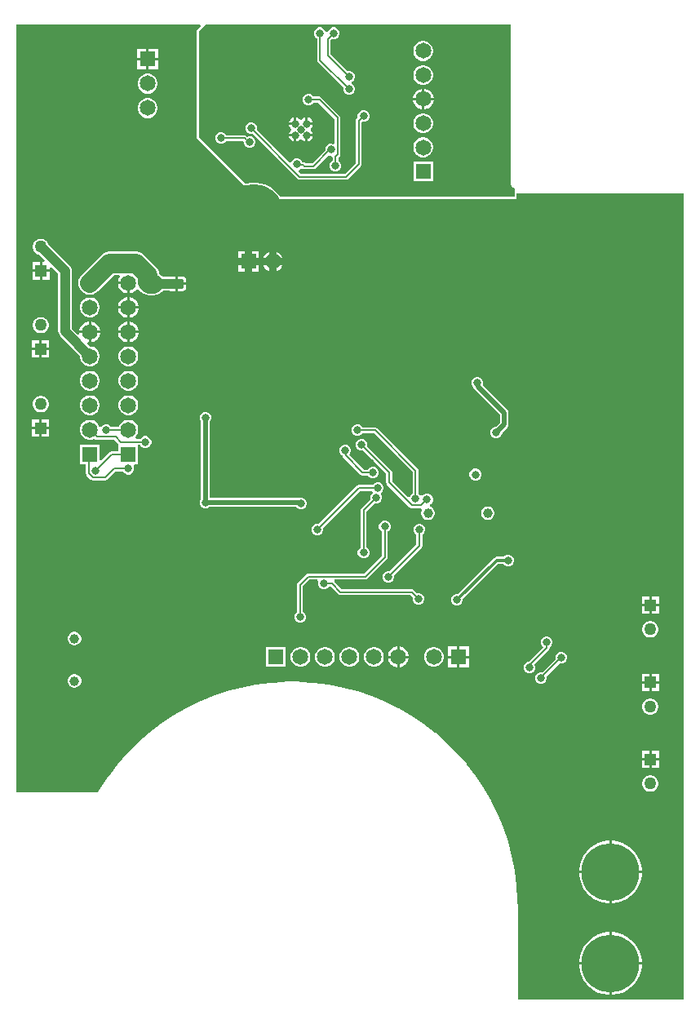
<source format=gbr>
%TF.GenerationSoftware,Altium Limited,Altium Designer,25.3.3 (18)*%
G04 Layer_Physical_Order=2*
G04 Layer_Color=16711680*
%FSLAX45Y45*%
%MOMM*%
%TF.SameCoordinates,BD87FDF2-1F07-4250-B4CA-E9600B944348*%
%TF.FilePolarity,Positive*%
%TF.FileFunction,Copper,L2,Bot,Signal*%
%TF.Part,Single*%
G01*
G75*
%TA.AperFunction,Conductor*%
%ADD38C,0.20000*%
%ADD39C,0.50000*%
%ADD40C,0.30000*%
%ADD44C,1.00000*%
%TA.AperFunction,ComponentPad*%
%ADD45R,1.65000X1.65000*%
%ADD46C,1.65000*%
%ADD47C,6.00000*%
%ADD48C,1.00000*%
%ADD49R,1.27500X1.27500*%
%ADD50C,1.27500*%
%ADD51R,1.65000X1.65000*%
%TA.AperFunction,ViaPad*%
%ADD52C,0.80000*%
%TA.AperFunction,SMDPad,CuDef*%
G04:AMPARAMS|DCode=53|XSize=1mm|YSize=1.5mm|CornerRadius=0.1mm|HoleSize=0mm|Usage=FLASHONLY|Rotation=270.000|XOffset=0mm|YOffset=0mm|HoleType=Round|Shape=RoundedRectangle|*
%AMROUNDEDRECTD53*
21,1,1.00000,1.30000,0,0,270.0*
21,1,0.80000,1.50000,0,0,270.0*
1,1,0.20000,-0.65000,-0.40000*
1,1,0.20000,-0.65000,0.40000*
1,1,0.20000,0.65000,0.40000*
1,1,0.20000,0.65000,-0.40000*
%
%ADD53ROUNDEDRECTD53*%
%TA.AperFunction,Conductor*%
%ADD54C,2.00000*%
%TA.AperFunction,NonConductor*%
%ADD55R,1.40000X1.00000*%
G36*
X5169218Y4300001D02*
X5172322Y4284394D01*
X5181163Y4271163D01*
X5194394Y4262322D01*
X5210000Y4259218D01*
Y4170000D01*
X2772030D01*
X2744082Y4208466D01*
X2708466Y4244082D01*
X2667717Y4273688D01*
X2622838Y4296556D01*
X2574934Y4312120D01*
X2525185Y4320000D01*
X2474815D01*
X2425067Y4312120D01*
X2412094Y4307906D01*
X2361628Y4358371D01*
X1930000Y4790000D01*
Y5890000D01*
X1999218Y5959218D01*
X5169218D01*
Y4300001D01*
D02*
G37*
G36*
X1951902Y5940740D02*
X1915581Y5904419D01*
X1911160Y5897804D01*
X1909608Y5890000D01*
Y4790000D01*
X1911160Y4782196D01*
X1915581Y4775581D01*
X2347209Y4343952D01*
X2347210Y4343951D01*
X2397675Y4293486D01*
X2400330Y4291712D01*
X2402836Y4289736D01*
X2403617Y4289516D01*
X2404291Y4289066D01*
X2407421Y4288443D01*
X2410494Y4287576D01*
X2411300Y4287672D01*
X2412094Y4287514D01*
X2415224Y4288136D01*
X2418396Y4288512D01*
X2429841Y4292230D01*
X2476421Y4299608D01*
X2523579D01*
X2570159Y4292230D01*
X2615010Y4277658D01*
X2657030Y4256247D01*
X2695181Y4228529D01*
X2728528Y4195181D01*
X2755532Y4158014D01*
X2756715Y4156921D01*
X2757610Y4155581D01*
X2759609Y4154245D01*
X2761375Y4152613D01*
X2762887Y4152055D01*
X2764226Y4151160D01*
X2766583Y4150691D01*
X2768840Y4149859D01*
X2770450Y4149922D01*
X2772030Y4149608D01*
X5210000D01*
X5217804Y4151160D01*
X5224420Y4155581D01*
X5228840Y4162196D01*
X5230392Y4170000D01*
Y4210000D01*
X6959218D01*
Y-4159217D01*
X5240782Y-4159218D01*
Y-3200000D01*
X5240716Y-3199666D01*
X5240777Y-3199332D01*
X5239545Y-3124079D01*
X5239331Y-3123086D01*
X5239463Y-3122079D01*
X5229620Y-2971893D01*
X5229270Y-2970587D01*
X5229358Y-2969237D01*
X5209713Y-2820017D01*
X5209278Y-2818737D01*
Y-2817384D01*
X5179915Y-2669768D01*
X5179398Y-2668519D01*
X5179309Y-2667169D01*
X5140355Y-2521790D01*
X5139757Y-2520577D01*
X5139581Y-2519236D01*
X5091201Y-2376716D01*
X5090525Y-2375545D01*
X5090261Y-2374218D01*
X5032665Y-2235167D01*
X5031913Y-2234043D01*
X5031563Y-2232736D01*
X4964996Y-2097750D01*
X4964172Y-2096677D01*
X4963737Y-2095396D01*
X4888483Y-1965053D01*
X4887592Y-1964036D01*
X4887074Y-1962787D01*
X4803456Y-1837644D01*
X4802500Y-1836688D01*
X4801902Y-1835475D01*
X4710279Y-1716069D01*
X4709262Y-1715177D01*
X4708585Y-1714006D01*
X4609349Y-1600848D01*
X4608276Y-1600025D01*
X4607525Y-1598900D01*
X4501099Y-1492475D01*
X4499975Y-1491724D01*
X4499152Y-1490651D01*
X4385994Y-1391415D01*
X4384823Y-1390738D01*
X4383931Y-1389721D01*
X4264525Y-1298098D01*
X4263312Y-1297500D01*
X4262356Y-1296544D01*
X4137213Y-1212926D01*
X4135964Y-1212408D01*
X4134947Y-1211517D01*
X4004604Y-1136263D01*
X4003323Y-1135828D01*
X4002250Y-1135004D01*
X3867264Y-1068437D01*
X3865958Y-1068087D01*
X3864833Y-1067335D01*
X3725782Y-1009739D01*
X3724455Y-1009475D01*
X3723284Y-1008799D01*
X3580764Y-960419D01*
X3579423Y-960243D01*
X3578210Y-959645D01*
X3432831Y-920691D01*
X3431481Y-920602D01*
X3430232Y-920085D01*
X3282615Y-890722D01*
X3281263D01*
X3279983Y-890287D01*
X3130763Y-870642D01*
X3129413Y-870730D01*
X3128107Y-870380D01*
X2977921Y-860537D01*
X2976581Y-860713D01*
X2975254Y-860449D01*
X2824746D01*
X2823419Y-860713D01*
X2822079Y-860537D01*
X2671893Y-870380D01*
X2670586Y-870730D01*
X2669237Y-870642D01*
X2520017Y-890287D01*
X2518737Y-890722D01*
X2517384D01*
X2369768Y-920085D01*
X2368519Y-920602D01*
X2367169Y-920691D01*
X2221790Y-959645D01*
X2220576Y-960243D01*
X2219236Y-960419D01*
X2076716Y-1008799D01*
X2075545Y-1009475D01*
X2074218Y-1009739D01*
X1935167Y-1067335D01*
X1934043Y-1068087D01*
X1932736Y-1068437D01*
X1797750Y-1135004D01*
X1796677Y-1135828D01*
X1795396Y-1136263D01*
X1665053Y-1211517D01*
X1664036Y-1212408D01*
X1662787Y-1212926D01*
X1537644Y-1296544D01*
X1536688Y-1297500D01*
X1535474Y-1298098D01*
X1416069Y-1389721D01*
X1415177Y-1390738D01*
X1414006Y-1391415D01*
X1300848Y-1490651D01*
X1300025Y-1491724D01*
X1298900Y-1492475D01*
X1192475Y-1598901D01*
X1191724Y-1600025D01*
X1190651Y-1600848D01*
X1091414Y-1714006D01*
X1090738Y-1715177D01*
X1089721Y-1716069D01*
X998098Y-1835475D01*
X997500Y-1836688D01*
X996543Y-1837644D01*
X912926Y-1962787D01*
X912537Y-1963725D01*
X911855Y-1964478D01*
X885039Y-2009218D01*
X40783D01*
X40782Y5959218D01*
X1944248D01*
X1951902Y5940740D01*
D02*
G37*
%LPC*%
G36*
X3341935Y5930000D02*
X3318065D01*
X3296013Y5920865D01*
X3279134Y5903987D01*
X3270000Y5881935D01*
Y5872355D01*
X3269632Y5871731D01*
X3251135Y5881345D01*
X3249270Y5883696D01*
X3240866Y5903987D01*
X3223987Y5920865D01*
X3201935Y5930000D01*
X3178065D01*
X3156013Y5920865D01*
X3139134Y5903987D01*
X3130000Y5881935D01*
Y5858065D01*
X3139134Y5836013D01*
X3156013Y5819134D01*
X3159412Y5817726D01*
Y5590001D01*
X3159412Y5590000D01*
X3161741Y5578295D01*
X3168371Y5568371D01*
X3431408Y5305334D01*
X3430000Y5301935D01*
Y5278065D01*
X3439134Y5256013D01*
X3456013Y5239135D01*
X3478065Y5230000D01*
X3501935D01*
X3523987Y5239135D01*
X3540865Y5256013D01*
X3550000Y5278065D01*
Y5301935D01*
X3540865Y5323987D01*
X3523987Y5340866D01*
X3515995Y5344176D01*
Y5365824D01*
X3523987Y5369135D01*
X3540865Y5386013D01*
X3550000Y5408065D01*
Y5431935D01*
X3540865Y5453987D01*
X3523987Y5470866D01*
X3501935Y5480000D01*
X3478065D01*
X3474666Y5478592D01*
X3300588Y5652670D01*
Y5797330D01*
X3314666Y5811408D01*
X3318065Y5810000D01*
X3341935D01*
X3363987Y5819134D01*
X3380865Y5836013D01*
X3390000Y5858065D01*
Y5881935D01*
X3380865Y5903987D01*
X3363987Y5920865D01*
X3341935Y5930000D01*
D02*
G37*
G36*
X4273494Y5787500D02*
X4246506D01*
X4220436Y5780515D01*
X4197063Y5767020D01*
X4177979Y5747936D01*
X4164485Y5724564D01*
X4157500Y5698494D01*
Y5671506D01*
X4164485Y5645437D01*
X4177979Y5622064D01*
X4197063Y5602980D01*
X4220436Y5589485D01*
X4246506Y5582500D01*
X4273494D01*
X4299563Y5589485D01*
X4322936Y5602980D01*
X4342020Y5622064D01*
X4355515Y5645437D01*
X4362500Y5671506D01*
Y5698494D01*
X4355515Y5724564D01*
X4342020Y5747936D01*
X4322936Y5767020D01*
X4299563Y5780515D01*
X4273494Y5787500D01*
D02*
G37*
G36*
Y5537500D02*
X4246506D01*
X4220436Y5530515D01*
X4197063Y5517020D01*
X4177979Y5497936D01*
X4164485Y5474564D01*
X4157500Y5448494D01*
Y5421506D01*
X4164485Y5395437D01*
X4177979Y5372064D01*
X4197063Y5352980D01*
X4220436Y5339485D01*
X4246506Y5332500D01*
X4273494D01*
X4299563Y5339485D01*
X4322936Y5352980D01*
X4342020Y5372064D01*
X4355515Y5395437D01*
X4362500Y5421506D01*
Y5448494D01*
X4355515Y5474564D01*
X4342020Y5497936D01*
X4322936Y5517020D01*
X4299563Y5530515D01*
X4273494Y5537500D01*
D02*
G37*
G36*
X4274205Y5292900D02*
X4272700D01*
Y5197699D01*
X4367900D01*
Y5199205D01*
X4360547Y5226648D01*
X4346341Y5251252D01*
X4326252Y5271342D01*
X4301648Y5285547D01*
X4274205Y5292900D01*
D02*
G37*
G36*
X4247300D02*
X4245795D01*
X4218352Y5285547D01*
X4193748Y5271342D01*
X4173658Y5251252D01*
X4159453Y5226648D01*
X4152100Y5199205D01*
Y5197699D01*
X4247300D01*
Y5292900D01*
D02*
G37*
G36*
X4260000Y5184999D02*
D01*
D01*
D01*
D02*
G37*
G36*
X4367900Y5172299D02*
X4272700D01*
Y5077100D01*
X4274205D01*
X4301648Y5084453D01*
X4326252Y5098659D01*
X4346341Y5118748D01*
X4360547Y5143352D01*
X4367900Y5170795D01*
Y5172299D01*
D02*
G37*
G36*
X4247300D02*
X4152100D01*
Y5170795D01*
X4159453Y5143352D01*
X4173658Y5118748D01*
X4193748Y5098659D01*
X4218352Y5084453D01*
X4245795Y5077100D01*
X4247300D01*
Y5172299D01*
D02*
G37*
G36*
X3037300Y4994304D02*
X3024756Y4990943D01*
X3009843Y4982333D01*
X3002587Y4975076D01*
X2990000Y4972019D01*
X2977413Y4975076D01*
X2970157Y4982333D01*
X2955244Y4990943D01*
X2942700Y4994304D01*
Y4930000D01*
X2930000D01*
Y4917300D01*
X2865696D01*
X2869057Y4904756D01*
X2877667Y4889843D01*
X2884924Y4882587D01*
X2887981Y4870000D01*
X2884924Y4857413D01*
X2877667Y4850157D01*
X2869057Y4835244D01*
X2865696Y4822700D01*
X2930000D01*
Y4810000D01*
X2942700D01*
Y4745696D01*
X2955244Y4749057D01*
X2970157Y4757667D01*
X2977413Y4764924D01*
X2990000Y4767981D01*
X3002587Y4764924D01*
X3009843Y4757667D01*
X3024756Y4749057D01*
X3037300Y4745696D01*
Y4810000D01*
X3050000D01*
Y4822700D01*
X3114304D01*
X3110943Y4835244D01*
X3102333Y4850157D01*
X3095076Y4857413D01*
X3092019Y4870000D01*
X3095076Y4882587D01*
X3102333Y4889843D01*
X3110943Y4904756D01*
X3114304Y4917300D01*
X3050000D01*
Y4930000D01*
X3037300D01*
Y4994304D01*
D02*
G37*
G36*
X3062700D02*
Y4942700D01*
X3114304D01*
X3110943Y4955243D01*
X3102333Y4970156D01*
X3090157Y4982333D01*
X3075244Y4990943D01*
X3062700Y4994304D01*
D02*
G37*
G36*
X2917300D02*
X2904757Y4990943D01*
X2889844Y4982333D01*
X2877667Y4970156D01*
X2869057Y4955243D01*
X2865696Y4942700D01*
X2917300D01*
Y4994304D01*
D02*
G37*
G36*
X4273494Y5037500D02*
X4246506D01*
X4220436Y5030515D01*
X4197063Y5017020D01*
X4177979Y4997936D01*
X4164485Y4974564D01*
X4157500Y4948494D01*
Y4921506D01*
X4164485Y4895436D01*
X4177979Y4872064D01*
X4197063Y4852980D01*
X4220436Y4839485D01*
X4246506Y4832500D01*
X4273494D01*
X4299563Y4839485D01*
X4322936Y4852980D01*
X4342020Y4872064D01*
X4355515Y4895436D01*
X4362500Y4921506D01*
Y4948494D01*
X4355515Y4974564D01*
X4342020Y4997936D01*
X4322936Y5017020D01*
X4299563Y5030515D01*
X4273494Y5037500D01*
D02*
G37*
G36*
X3114304Y4797300D02*
X3062700D01*
Y4745696D01*
X3075244Y4749057D01*
X3090157Y4757667D01*
X3102333Y4769843D01*
X3110943Y4784756D01*
X3114304Y4797300D01*
D02*
G37*
G36*
X2917300D02*
X2865696D01*
X2869057Y4784756D01*
X2877667Y4769843D01*
X2889844Y4757667D01*
X2904757Y4749057D01*
X2917300Y4745696D01*
Y4797300D01*
D02*
G37*
G36*
X3081935Y5240000D02*
X3058065D01*
X3036013Y5230866D01*
X3019134Y5213987D01*
X3010000Y5191935D01*
Y5168065D01*
X3019134Y5146013D01*
X3036013Y5129135D01*
X3058065Y5120000D01*
X3081935D01*
X3103987Y5129135D01*
X3120865Y5146013D01*
X3122274Y5149412D01*
X3171366D01*
X3341354Y4979424D01*
Y4730266D01*
X3321354Y4716903D01*
X3313877Y4720000D01*
X3290007D01*
X3267955Y4710866D01*
X3251076Y4693987D01*
X3241942Y4671935D01*
Y4655199D01*
X3107330Y4520588D01*
X3041244D01*
X3040203Y4521630D01*
X3030279Y4528260D01*
X3018574Y4530589D01*
X3018573Y4530588D01*
X3004401D01*
X2999439Y4542567D01*
X2982561Y4559445D01*
X2960508Y4568580D01*
X2936639D01*
X2914586Y4559445D01*
X2897708Y4542567D01*
X2894611Y4535090D01*
X2871019Y4530397D01*
X2531092Y4870324D01*
X2532500Y4873724D01*
Y4897593D01*
X2523366Y4919645D01*
X2506488Y4936524D01*
X2484435Y4945658D01*
X2460566D01*
X2438513Y4936524D01*
X2421635Y4919645D01*
X2412501Y4897593D01*
Y4873724D01*
X2421635Y4851671D01*
X2438513Y4834793D01*
X2460566Y4825658D01*
X2484435D01*
X2487834Y4827067D01*
X2956530Y4358371D01*
X2966453Y4351741D01*
X2978159Y4349412D01*
X3458993D01*
X3458995Y4349412D01*
X3470700Y4351741D01*
X3480623Y4358371D01*
X3611628Y4489376D01*
X3611629Y4489377D01*
X3618259Y4499300D01*
X3620588Y4511005D01*
X3620588Y4511007D01*
Y4931523D01*
X3628066Y4950000D01*
X3651935D01*
X3673987Y4959135D01*
X3690866Y4976013D01*
X3700000Y4998065D01*
Y5021935D01*
X3690866Y5043987D01*
X3673987Y5060866D01*
X3651935Y5070000D01*
X3628065D01*
X3606013Y5060866D01*
X3589135Y5043987D01*
X3580000Y5021935D01*
Y4998065D01*
X3581408Y4994666D01*
X3568371Y4981629D01*
X3561741Y4971705D01*
X3559412Y4960000D01*
X3559412Y4959999D01*
Y4523675D01*
X3446325Y4410588D01*
X2990829D01*
X2970391Y4431025D01*
X2975084Y4454617D01*
X2982561Y4457714D01*
X2988954Y4464107D01*
X3006946Y4468371D01*
X3016869Y4461741D01*
X3028574Y4459412D01*
X3119999D01*
X3120000Y4459412D01*
X3131705Y4461741D01*
X3141629Y4468371D01*
X3278163Y4604906D01*
X3290007Y4600000D01*
X3301303D01*
X3316822Y4590167D01*
X3319412Y4581522D01*
Y4546038D01*
X3316013Y4544629D01*
X3299134Y4527751D01*
X3290000Y4505699D01*
Y4481829D01*
X3299134Y4459777D01*
X3316013Y4442898D01*
X3338065Y4433764D01*
X3361935D01*
X3383987Y4442898D01*
X3400865Y4459777D01*
X3410000Y4481829D01*
Y4505699D01*
X3400865Y4527751D01*
X3383987Y4544629D01*
X3380588Y4546038D01*
Y4575856D01*
X3393570Y4588839D01*
X3393571Y4588840D01*
X3400201Y4598763D01*
X3402530Y4610469D01*
Y4992092D01*
X3402530Y4992094D01*
X3400201Y5003799D01*
X3393571Y5013723D01*
X3393570Y5013723D01*
X3205664Y5201629D01*
X3195741Y5208259D01*
X3184036Y5210588D01*
X3184034Y5210588D01*
X3122274D01*
X3120865Y5213987D01*
X3103987Y5230866D01*
X3081935Y5240000D01*
D02*
G37*
G36*
X2171935Y4840093D02*
X2148065D01*
X2126013Y4830959D01*
X2109134Y4814081D01*
X2100000Y4792028D01*
Y4768159D01*
X2109134Y4746106D01*
X2126013Y4729228D01*
X2148065Y4720093D01*
X2171935D01*
X2193987Y4729228D01*
X2210866Y4746106D01*
X2212274Y4749506D01*
X2391001D01*
X2400000Y4740506D01*
Y4728065D01*
X2409134Y4706013D01*
X2426013Y4689135D01*
X2448065Y4680000D01*
X2471935D01*
X2493987Y4689135D01*
X2510865Y4706013D01*
X2520000Y4728065D01*
Y4751935D01*
X2510865Y4773987D01*
X2493987Y4790866D01*
X2471935Y4800000D01*
X2448065D01*
X2433185Y4793836D01*
X2425299Y4801722D01*
X2415376Y4808353D01*
X2403671Y4810681D01*
X2403669Y4810681D01*
X2212274D01*
X2210866Y4814081D01*
X2193987Y4830959D01*
X2171935Y4840093D01*
D02*
G37*
G36*
X4273494Y4787500D02*
X4246506D01*
X4220436Y4780515D01*
X4197063Y4767020D01*
X4177979Y4747936D01*
X4164485Y4724564D01*
X4157500Y4698494D01*
Y4671506D01*
X4164485Y4645436D01*
X4177979Y4622064D01*
X4197063Y4602980D01*
X4220436Y4589485D01*
X4246506Y4582500D01*
X4273494D01*
X4299563Y4589485D01*
X4322936Y4602980D01*
X4342020Y4622064D01*
X4355515Y4645436D01*
X4362500Y4671506D01*
Y4698494D01*
X4355515Y4724564D01*
X4342020Y4747936D01*
X4322936Y4767020D01*
X4299563Y4780515D01*
X4273494Y4787500D01*
D02*
G37*
G36*
X4362500Y4537500D02*
X4157500D01*
Y4332500D01*
X4362500D01*
Y4537500D01*
D02*
G37*
G36*
X1507900Y5707900D02*
X1412700D01*
Y5612700D01*
X1507900D01*
Y5707900D01*
D02*
G37*
G36*
X1387300D02*
X1292100D01*
Y5612700D01*
X1387300D01*
Y5707900D01*
D02*
G37*
G36*
X1507900Y5587300D02*
X1412700D01*
Y5492100D01*
X1507900D01*
Y5587300D01*
D02*
G37*
G36*
X1387300D02*
X1292100D01*
Y5492100D01*
X1387300D01*
Y5587300D01*
D02*
G37*
G36*
X1413494Y5448500D02*
X1386506D01*
X1360436Y5441515D01*
X1337064Y5428020D01*
X1317980Y5408936D01*
X1304485Y5385564D01*
X1297500Y5359494D01*
Y5332506D01*
X1304485Y5306436D01*
X1317980Y5283064D01*
X1337064Y5263980D01*
X1360436Y5250485D01*
X1386506Y5243500D01*
X1413494D01*
X1439564Y5250485D01*
X1462936Y5263980D01*
X1482020Y5283064D01*
X1495515Y5306436D01*
X1502500Y5332506D01*
Y5359494D01*
X1495515Y5385564D01*
X1482020Y5408936D01*
X1462936Y5428020D01*
X1439564Y5441515D01*
X1413494Y5448500D01*
D02*
G37*
G36*
Y5194500D02*
X1386506D01*
X1360436Y5187515D01*
X1337064Y5174020D01*
X1317980Y5154936D01*
X1304485Y5131564D01*
X1297500Y5105494D01*
Y5078506D01*
X1304485Y5052436D01*
X1317980Y5029064D01*
X1337064Y5009980D01*
X1360436Y4996485D01*
X1386506Y4989500D01*
X1413494D01*
X1439564Y4996485D01*
X1462936Y5009980D01*
X1482020Y5029064D01*
X1495515Y5052436D01*
X1502500Y5078506D01*
Y5105494D01*
X1495515Y5131564D01*
X1482020Y5154936D01*
X1462936Y5174020D01*
X1439564Y5187515D01*
X1413494Y5194500D01*
D02*
G37*
G36*
X2739999Y3600988D02*
Y3540000D01*
X2800988D01*
X2800546Y3541648D01*
X2786341Y3566252D01*
X2766252Y3586342D01*
X2741647Y3600547D01*
X2739999Y3600988D01*
D02*
G37*
G36*
X2660000D02*
X2658352Y3600547D01*
X2633747Y3586342D01*
X2613658Y3566252D01*
X2599453Y3541648D01*
X2599011Y3540000D01*
X2660000D01*
Y3600988D01*
D02*
G37*
G36*
X2553899Y3607900D02*
X2485999D01*
Y3540000D01*
X2553899D01*
Y3607900D01*
D02*
G37*
G36*
X2406000D02*
X2338099D01*
Y3540000D01*
X2406000D01*
Y3607900D01*
D02*
G37*
G36*
X279999Y3491850D02*
X203550D01*
Y3415400D01*
X279999D01*
Y3491850D01*
D02*
G37*
G36*
X2800988Y3460000D02*
X2739999D01*
Y3399012D01*
X2741647Y3399453D01*
X2766252Y3413659D01*
X2786341Y3433748D01*
X2800546Y3458352D01*
X2800988Y3460000D01*
D02*
G37*
G36*
X2660000D02*
X2599011D01*
X2599453Y3458352D01*
X2613658Y3433748D01*
X2633747Y3413659D01*
X2658352Y3399453D01*
X2660000Y3399012D01*
Y3460000D01*
D02*
G37*
G36*
X2553899D02*
X2485999D01*
Y3392100D01*
X2553899D01*
Y3460000D01*
D02*
G37*
G36*
X2406000D02*
X2338099D01*
Y3392100D01*
X2406000D01*
Y3460000D01*
D02*
G37*
G36*
X381850Y3390000D02*
X305399D01*
Y3313550D01*
X381850D01*
Y3390000D01*
D02*
G37*
G36*
X279999D02*
X203550D01*
Y3313550D01*
X279999D01*
Y3390000D01*
D02*
G37*
G36*
X1765000Y3346093D02*
X1715000D01*
Y3285000D01*
X1801093D01*
Y3310000D01*
X1798346Y3323812D01*
X1790522Y3335522D01*
X1778812Y3343346D01*
X1765000Y3346093D01*
D02*
G37*
G36*
X1801093Y3255000D02*
X1715000D01*
Y3193907D01*
X1765000D01*
X1778812Y3196654D01*
X1790522Y3204478D01*
X1798346Y3216188D01*
X1801093Y3230000D01*
Y3255000D01*
D02*
G37*
G36*
X1283551Y3601536D02*
X1002499D01*
X971173Y3597411D01*
X941982Y3585320D01*
X916914Y3566085D01*
X714414Y3363585D01*
X695179Y3338518D01*
X683088Y3309326D01*
X678964Y3278000D01*
X683088Y3246674D01*
X695179Y3217482D01*
X714414Y3192415D01*
X739482Y3173180D01*
X768673Y3161089D01*
X799999Y3156964D01*
X831326Y3161089D01*
X860517Y3173180D01*
X885584Y3192415D01*
X1052634Y3359464D01*
X1103130D01*
X1110894Y3339464D01*
X1099452Y3319648D01*
X1092099Y3292205D01*
Y3290700D01*
X1200000D01*
Y3278000D01*
X1212700D01*
Y3170100D01*
X1214205D01*
X1241647Y3177453D01*
X1266251Y3191659D01*
X1285107Y3210514D01*
X1287327Y3211746D01*
X1309407Y3211699D01*
X1316914Y3201916D01*
X1334415Y3184415D01*
X1359482Y3165180D01*
X1388674Y3153089D01*
X1420000Y3148964D01*
X1460000D01*
X1491326Y3153089D01*
X1520518Y3165180D01*
X1545585Y3184415D01*
X1557242Y3199607D01*
X1616769D01*
X1621188Y3196654D01*
X1635000Y3193907D01*
X1685000D01*
Y3270000D01*
Y3346093D01*
X1635000D01*
X1621188Y3343346D01*
X1616765Y3340391D01*
X1557244D01*
X1545585Y3355585D01*
X1521979Y3373699D01*
X1519411Y3393205D01*
X1507319Y3422396D01*
X1488084Y3447463D01*
X1419963Y3515585D01*
X1418561Y3516660D01*
X1369136Y3566085D01*
X1344069Y3585320D01*
X1314878Y3597411D01*
X1283551Y3601536D01*
D02*
G37*
G36*
X1187300Y3265300D02*
X1092099D01*
Y3263795D01*
X1099452Y3236352D01*
X1113658Y3211748D01*
X1133747Y3191659D01*
X1158352Y3177453D01*
X1185794Y3170100D01*
X1187300D01*
Y3265300D01*
D02*
G37*
G36*
X1214205Y3131900D02*
X1212700D01*
Y3036700D01*
X1307899D01*
Y3038205D01*
X1300546Y3065648D01*
X1286341Y3090252D01*
X1266251Y3110342D01*
X1241647Y3124547D01*
X1214205Y3131900D01*
D02*
G37*
G36*
X1187300D02*
X1185794D01*
X1158352Y3124547D01*
X1133747Y3110342D01*
X1113658Y3090252D01*
X1099452Y3065648D01*
X1092099Y3038205D01*
Y3036700D01*
X1187300D01*
Y3131900D01*
D02*
G37*
G36*
X813494Y3126500D02*
X786505D01*
X760436Y3119515D01*
X737063Y3106020D01*
X717979Y3086936D01*
X704485Y3063564D01*
X697499Y3037494D01*
Y3010506D01*
X704485Y2984436D01*
X717979Y2961064D01*
X737063Y2941980D01*
X760436Y2928485D01*
X786505Y2921500D01*
X813494D01*
X839563Y2928485D01*
X862936Y2941980D01*
X882020Y2961064D01*
X895514Y2984436D01*
X902499Y3010506D01*
Y3037494D01*
X895514Y3063564D01*
X882020Y3086936D01*
X862936Y3106020D01*
X839563Y3119515D01*
X813494Y3126500D01*
D02*
G37*
G36*
X1307899Y3011300D02*
X1212700D01*
Y2916100D01*
X1214205D01*
X1241647Y2923453D01*
X1266251Y2937659D01*
X1286341Y2957748D01*
X1300546Y2982352D01*
X1307899Y3009795D01*
Y3011300D01*
D02*
G37*
G36*
X1187300D02*
X1092099D01*
Y3009795D01*
X1099452Y2982352D01*
X1113658Y2957748D01*
X1133747Y2937659D01*
X1158352Y2923453D01*
X1185794Y2916100D01*
X1187300D01*
Y3011300D01*
D02*
G37*
G36*
X814205Y2877900D02*
X812699D01*
Y2782700D01*
X907899D01*
Y2784205D01*
X900546Y2811648D01*
X886341Y2836252D01*
X866252Y2856342D01*
X841647Y2870547D01*
X814205Y2877900D01*
D02*
G37*
G36*
X787299D02*
X785794D01*
X758352Y2870547D01*
X733747Y2856342D01*
X713658Y2836252D01*
X699453Y2811648D01*
X692099Y2784205D01*
Y2782700D01*
X787299D01*
Y2877900D01*
D02*
G37*
G36*
X1214205D02*
X1212700D01*
Y2782700D01*
X1307899D01*
Y2784205D01*
X1300546Y2811648D01*
X1286341Y2836252D01*
X1266251Y2856342D01*
X1241647Y2870547D01*
X1214205Y2877900D01*
D02*
G37*
G36*
X1187300D02*
X1185794D01*
X1158352Y2870547D01*
X1133747Y2856342D01*
X1113658Y2836252D01*
X1099452Y2811648D01*
X1092099Y2784205D01*
Y2782700D01*
X1187300D01*
Y2877900D01*
D02*
G37*
G36*
X301026Y2923750D02*
X278974D01*
X257674Y2918042D01*
X238576Y2907017D01*
X222983Y2891423D01*
X211957Y2872326D01*
X206250Y2851026D01*
Y2828974D01*
X211957Y2807674D01*
X222983Y2788576D01*
X238576Y2772983D01*
X257674Y2761957D01*
X278974Y2756250D01*
X301026D01*
X322326Y2761957D01*
X341423Y2772983D01*
X357017Y2788576D01*
X368042Y2807674D01*
X373750Y2828974D01*
Y2851026D01*
X368042Y2872326D01*
X357017Y2891423D01*
X341423Y2907017D01*
X322326Y2918042D01*
X301026Y2923750D01*
D02*
G37*
G36*
X1307899Y2757300D02*
X1212700D01*
Y2662100D01*
X1214205D01*
X1241647Y2669453D01*
X1266251Y2683659D01*
X1286341Y2703748D01*
X1300546Y2728352D01*
X1307899Y2755795D01*
Y2757300D01*
D02*
G37*
G36*
X1187300D02*
X1092099D01*
Y2755795D01*
X1099452Y2728352D01*
X1113658Y2703748D01*
X1133747Y2683659D01*
X1158352Y2669453D01*
X1185794Y2662100D01*
X1187300D01*
Y2757300D01*
D02*
G37*
G36*
X907899Y2757300D02*
X812699D01*
Y2662100D01*
X814205D01*
X841647Y2669453D01*
X866252Y2683659D01*
X886341Y2703748D01*
X900546Y2728352D01*
X907899Y2755795D01*
Y2757300D01*
D02*
G37*
G36*
X303726Y3736450D02*
X281674D01*
X260373Y3730742D01*
X241276Y3719716D01*
X225683Y3704123D01*
X214657Y3685026D01*
X208950Y3663726D01*
Y3641674D01*
X214657Y3620374D01*
X225683Y3601276D01*
X241276Y3585683D01*
X260373Y3574657D01*
X274744Y3570807D01*
X335223Y3510327D01*
X327570Y3491850D01*
X305399D01*
Y3415400D01*
X381850D01*
Y3437570D01*
X400327Y3445223D01*
X472158Y3373393D01*
Y2773238D01*
X474564Y2754964D01*
X481617Y2737936D01*
X492837Y2723313D01*
X697499Y2518651D01*
Y2502506D01*
X704485Y2476436D01*
X717979Y2453064D01*
X737063Y2433980D01*
X760436Y2420485D01*
X786505Y2413500D01*
X813494D01*
X839563Y2420485D01*
X862936Y2433980D01*
X882020Y2453064D01*
X895514Y2476436D01*
X902499Y2502506D01*
Y2529494D01*
X895514Y2555564D01*
X882020Y2578936D01*
X862936Y2598020D01*
X839563Y2611515D01*
X813494Y2618500D01*
X797348D01*
X770303Y2645545D01*
X780656Y2663477D01*
X785794Y2662100D01*
X787299D01*
Y2757300D01*
X692099D01*
Y2755795D01*
X693476Y2750656D01*
X675545Y2740304D01*
X613366Y2802483D01*
Y3402638D01*
X610960Y3420911D01*
X603907Y3437940D01*
X592686Y3452562D01*
X374593Y3670656D01*
X370742Y3685026D01*
X359716Y3704123D01*
X344123Y3719716D01*
X325026Y3730742D01*
X303726Y3736450D01*
D02*
G37*
G36*
X379150Y2679150D02*
X302699D01*
Y2602699D01*
X379150D01*
Y2679150D01*
D02*
G37*
G36*
X277299D02*
X200850D01*
Y2602699D01*
X277299D01*
Y2679150D01*
D02*
G37*
G36*
X379150Y2577299D02*
X302699D01*
Y2500850D01*
X379150D01*
Y2577299D01*
D02*
G37*
G36*
X277299D02*
X200850D01*
Y2500850D01*
X277299D01*
Y2577299D01*
D02*
G37*
G36*
X1213494Y2618500D02*
X1186505D01*
X1160436Y2611515D01*
X1137063Y2598020D01*
X1117979Y2578936D01*
X1104485Y2555564D01*
X1097499Y2529494D01*
Y2502506D01*
X1104485Y2476436D01*
X1117979Y2453064D01*
X1137063Y2433980D01*
X1160436Y2420485D01*
X1186505Y2413500D01*
X1213494D01*
X1239563Y2420485D01*
X1262936Y2433980D01*
X1282020Y2453064D01*
X1295514Y2476436D01*
X1302499Y2502506D01*
Y2529494D01*
X1295514Y2555564D01*
X1282020Y2578936D01*
X1262936Y2598020D01*
X1239563Y2611515D01*
X1213494Y2618500D01*
D02*
G37*
G36*
Y2364500D02*
X1186505D01*
X1160436Y2357515D01*
X1137063Y2344020D01*
X1117979Y2324936D01*
X1104485Y2301564D01*
X1097499Y2275494D01*
Y2248506D01*
X1104485Y2222436D01*
X1117979Y2199064D01*
X1137063Y2179980D01*
X1160436Y2166485D01*
X1186505Y2159500D01*
X1213494D01*
X1239563Y2166485D01*
X1262936Y2179980D01*
X1282020Y2199064D01*
X1295514Y2222436D01*
X1302499Y2248506D01*
Y2275494D01*
X1295514Y2301564D01*
X1282020Y2324936D01*
X1262936Y2344020D01*
X1239563Y2357515D01*
X1213494Y2364500D01*
D02*
G37*
G36*
X813494D02*
X786505D01*
X760436Y2357515D01*
X737063Y2344020D01*
X717979Y2324936D01*
X704485Y2301564D01*
X697499Y2275494D01*
Y2248506D01*
X704485Y2222436D01*
X717979Y2199064D01*
X737063Y2179980D01*
X760436Y2166485D01*
X786505Y2159500D01*
X813494D01*
X839563Y2166485D01*
X862936Y2179980D01*
X882020Y2199064D01*
X895514Y2222436D01*
X902499Y2248506D01*
Y2275494D01*
X895514Y2301564D01*
X882020Y2324936D01*
X862936Y2344020D01*
X839563Y2357515D01*
X813494Y2364500D01*
D02*
G37*
G36*
X301026Y2103750D02*
X278974D01*
X257674Y2098043D01*
X238576Y2087017D01*
X222983Y2071424D01*
X211957Y2052326D01*
X206250Y2031026D01*
Y2008974D01*
X211957Y1987674D01*
X222983Y1968576D01*
X238576Y1952983D01*
X257674Y1941958D01*
X278974Y1936250D01*
X301026D01*
X322326Y1941958D01*
X341423Y1952983D01*
X357017Y1968576D01*
X368042Y1987674D01*
X373750Y2008974D01*
Y2031026D01*
X368042Y2052326D01*
X357017Y2071424D01*
X341423Y2087017D01*
X322326Y2098043D01*
X301026Y2103750D01*
D02*
G37*
G36*
X1213494Y2110500D02*
X1186505D01*
X1160436Y2103515D01*
X1137063Y2090020D01*
X1117979Y2070936D01*
X1104485Y2047564D01*
X1097499Y2021494D01*
Y1994506D01*
X1104485Y1968436D01*
X1117979Y1945064D01*
X1137063Y1925980D01*
X1160436Y1912485D01*
X1186505Y1905500D01*
X1213494D01*
X1239563Y1912485D01*
X1262936Y1925980D01*
X1282020Y1945064D01*
X1295514Y1968436D01*
X1302499Y1994506D01*
Y2021494D01*
X1295514Y2047564D01*
X1282020Y2070936D01*
X1262936Y2090020D01*
X1239563Y2103515D01*
X1213494Y2110500D01*
D02*
G37*
G36*
X813494D02*
X786505D01*
X760436Y2103515D01*
X737063Y2090020D01*
X717979Y2070936D01*
X704485Y2047564D01*
X697499Y2021494D01*
Y1994506D01*
X704485Y1968436D01*
X717979Y1945064D01*
X737063Y1925980D01*
X760436Y1912485D01*
X786505Y1905500D01*
X813494D01*
X839563Y1912485D01*
X862936Y1925980D01*
X882020Y1945064D01*
X895514Y1968436D01*
X902499Y1994506D01*
Y2021494D01*
X895514Y2047564D01*
X882020Y2070936D01*
X862936Y2090020D01*
X839563Y2103515D01*
X813494Y2110500D01*
D02*
G37*
G36*
X379150Y1859150D02*
X302700D01*
Y1782700D01*
X379150D01*
Y1859150D01*
D02*
G37*
G36*
X277300D02*
X200850D01*
Y1782700D01*
X277300D01*
Y1859150D01*
D02*
G37*
G36*
X1213494Y1856500D02*
X1186505D01*
X1160436Y1849515D01*
X1137063Y1836020D01*
X1117979Y1816936D01*
X1104485Y1793564D01*
X1101209Y1781338D01*
X1023589D01*
X1022492Y1783987D01*
X1005614Y1800866D01*
X983561Y1810000D01*
X959692D01*
X937639Y1800866D01*
X920761Y1783987D01*
X919562Y1781092D01*
X898486Y1782473D01*
X895514Y1793564D01*
X882020Y1816936D01*
X862936Y1836020D01*
X839563Y1849515D01*
X813494Y1856500D01*
X786505D01*
X760436Y1849515D01*
X737063Y1836020D01*
X717979Y1816936D01*
X704485Y1793564D01*
X697499Y1767494D01*
Y1740506D01*
X704485Y1714437D01*
X717979Y1691064D01*
X737063Y1671980D01*
X760436Y1658485D01*
X786505Y1651500D01*
X813494D01*
X839563Y1658485D01*
X847610Y1663132D01*
X852370Y1658372D01*
X852371Y1658371D01*
X862294Y1651741D01*
X874000Y1649412D01*
X874001Y1649412D01*
X1057241D01*
X1088062Y1618591D01*
X1097499Y1602500D01*
Y1530588D01*
X1030001D01*
X1030000Y1530588D01*
X1018295Y1528259D01*
X1008371Y1521629D01*
X920977Y1434235D01*
X902499Y1441888D01*
Y1602500D01*
X697499D01*
Y1397500D01*
X759412D01*
Y1301006D01*
X759412Y1301005D01*
X761741Y1289300D01*
X768371Y1279376D01*
X809376Y1238372D01*
X809376Y1238371D01*
X819300Y1231740D01*
X831005Y1229412D01*
X831006Y1229412D01*
X962383D01*
X962384Y1229412D01*
X974090Y1231740D01*
X984013Y1238371D01*
X1065055Y1319412D01*
X1147726D01*
X1149134Y1316013D01*
X1166013Y1299135D01*
X1188065Y1290000D01*
X1211935D01*
X1233987Y1299135D01*
X1250865Y1316013D01*
X1260000Y1338065D01*
Y1361935D01*
X1253552Y1377500D01*
X1263484Y1397500D01*
X1302499D01*
Y1597768D01*
X1326082D01*
X1327490Y1594368D01*
X1344368Y1577490D01*
X1366421Y1568356D01*
X1390290D01*
X1412343Y1577490D01*
X1429221Y1594368D01*
X1438356Y1616421D01*
Y1640290D01*
X1429221Y1662343D01*
X1412343Y1679221D01*
X1390290Y1688356D01*
X1366421D01*
X1344368Y1679221D01*
X1327490Y1662343D01*
X1326082Y1658943D01*
X1278184D01*
X1269899Y1678943D01*
X1282020Y1691064D01*
X1295514Y1714437D01*
X1302499Y1740506D01*
Y1767494D01*
X1295514Y1793564D01*
X1282020Y1816936D01*
X1262936Y1836020D01*
X1239563Y1849515D01*
X1213494Y1856500D01*
D02*
G37*
G36*
X379150Y1757300D02*
X302700D01*
Y1680850D01*
X379150D01*
Y1757300D01*
D02*
G37*
G36*
X277300D02*
X200850D01*
Y1680850D01*
X277300D01*
Y1757300D01*
D02*
G37*
G36*
X4831935Y2300000D02*
X4808065D01*
X4786013Y2290866D01*
X4769134Y2273987D01*
X4760000Y2251935D01*
Y2228065D01*
X4769134Y2206013D01*
X4782086Y2193061D01*
X4783351Y2186702D01*
X4793297Y2171817D01*
X5054118Y1910995D01*
Y1829005D01*
X5014213Y1789100D01*
X5007165D01*
X4985113Y1779965D01*
X4968235Y1763087D01*
X4959100Y1741035D01*
Y1717165D01*
X4968235Y1695113D01*
X4985113Y1678234D01*
X5007165Y1669100D01*
X5031035D01*
X5053087Y1678234D01*
X5069966Y1695113D01*
X5079100Y1717165D01*
Y1724214D01*
X5132443Y1777557D01*
X5142389Y1792442D01*
X5145882Y1810000D01*
Y1930000D01*
X5142389Y1947558D01*
X5132443Y1962443D01*
X4876140Y2218747D01*
X4880000Y2228065D01*
Y2251935D01*
X4870866Y2273987D01*
X4853987Y2290866D01*
X4831935Y2300000D01*
D02*
G37*
G36*
X3461935Y1600000D02*
X3438065D01*
X3416013Y1590865D01*
X3399134Y1573987D01*
X3390000Y1551935D01*
Y1528065D01*
X3399134Y1506013D01*
X3416013Y1489134D01*
X3423910Y1485863D01*
Y1485504D01*
X3423910Y1485503D01*
X3426238Y1473797D01*
X3432869Y1463874D01*
X3608371Y1288371D01*
X3618295Y1281741D01*
X3630000Y1279412D01*
X3630001Y1279412D01*
X3687726D01*
X3689134Y1276013D01*
X3706013Y1259135D01*
X3728065Y1250000D01*
X3751935D01*
X3773987Y1259135D01*
X3790865Y1276013D01*
X3800000Y1298065D01*
Y1321935D01*
X3790865Y1343987D01*
X3773987Y1360866D01*
X3751935Y1370000D01*
X3728065D01*
X3706013Y1360866D01*
X3689134Y1343987D01*
X3687726Y1340588D01*
X3642670D01*
X3489055Y1494203D01*
X3500865Y1506013D01*
X3510000Y1528065D01*
Y1551935D01*
X3500865Y1573987D01*
X3483987Y1590865D01*
X3461935Y1600000D01*
D02*
G37*
G36*
X4811935Y1350000D02*
X4788065D01*
X4766013Y1340865D01*
X4749135Y1323987D01*
X4740000Y1301935D01*
Y1278065D01*
X4749135Y1256013D01*
X4766013Y1239134D01*
X4788065Y1230000D01*
X4811935D01*
X4833987Y1239134D01*
X4850866Y1256013D01*
X4860000Y1278065D01*
Y1301935D01*
X4850866Y1323987D01*
X4833987Y1340865D01*
X4811935Y1350000D01*
D02*
G37*
G36*
X3801935Y1210000D02*
X3778065D01*
X3756013Y1200866D01*
X3739135Y1183987D01*
X3737726Y1180588D01*
X3590001D01*
X3590000Y1180588D01*
X3578295Y1178259D01*
X3568371Y1171629D01*
X3568371Y1171628D01*
X3175334Y778592D01*
X3171935Y780000D01*
X3148065D01*
X3126013Y770866D01*
X3109134Y753987D01*
X3100000Y731935D01*
Y708065D01*
X3109134Y686013D01*
X3126013Y669135D01*
X3148065Y660000D01*
X3171935D01*
X3193987Y669135D01*
X3210866Y686013D01*
X3220000Y708065D01*
Y731935D01*
X3218592Y735334D01*
X3602670Y1119412D01*
X3728526D01*
X3733863Y1106191D01*
X3734560Y1099412D01*
X3719135Y1083987D01*
X3710000Y1061935D01*
Y1038065D01*
X3711408Y1034666D01*
X3618371Y941629D01*
X3611741Y931705D01*
X3609412Y920000D01*
X3609412Y919999D01*
Y532274D01*
X3606013Y530866D01*
X3589135Y513987D01*
X3580000Y491935D01*
Y468065D01*
X3589135Y446013D01*
X3606013Y429135D01*
X3628065Y420000D01*
X3651935D01*
X3673987Y429135D01*
X3690866Y446013D01*
X3700000Y468065D01*
Y491935D01*
X3690866Y513987D01*
X3673987Y530866D01*
X3670588Y532274D01*
Y907330D01*
X3754666Y991408D01*
X3758065Y990000D01*
X3781935D01*
X3803987Y999134D01*
X3820866Y1016013D01*
X3830000Y1038065D01*
Y1061935D01*
X3822265Y1080608D01*
X3823988Y1099135D01*
X3840866Y1116013D01*
X3850000Y1138065D01*
Y1161935D01*
X3840866Y1183987D01*
X3823987Y1200866D01*
X3801935Y1210000D01*
D02*
G37*
G36*
X3591935Y1810000D02*
X3568065D01*
X3546013Y1800866D01*
X3529134Y1783987D01*
X3520000Y1761935D01*
Y1738065D01*
X3529134Y1716013D01*
X3546013Y1699135D01*
X3568065Y1690000D01*
X3591935D01*
X3613987Y1699135D01*
X3630865Y1716013D01*
X3632274Y1719412D01*
X3746325D01*
X4149404Y1316333D01*
Y1092272D01*
X4146004Y1090863D01*
X4129126Y1073985D01*
X4123555Y1060535D01*
X4101514Y1054291D01*
X3936046Y1219760D01*
Y1314542D01*
X3933717Y1326248D01*
X3927087Y1336171D01*
X3927086Y1336172D01*
X3678488Y1584770D01*
X3679896Y1588169D01*
Y1612039D01*
X3670762Y1634091D01*
X3653883Y1650970D01*
X3631831Y1660104D01*
X3607961D01*
X3585909Y1650970D01*
X3569030Y1634091D01*
X3559896Y1612039D01*
Y1588169D01*
X3569030Y1566117D01*
X3585909Y1549238D01*
X3607961Y1540104D01*
X3631831D01*
X3635230Y1541512D01*
X3874870Y1301872D01*
Y1207091D01*
X3874870Y1207090D01*
X3877199Y1195384D01*
X3883829Y1185461D01*
X4121570Y947720D01*
X4121570Y947720D01*
X4131494Y941089D01*
X4143199Y938761D01*
X4233807D01*
X4243458Y926743D01*
X4245877Y919667D01*
X4243771Y916019D01*
X4239000Y898216D01*
Y879784D01*
X4243771Y861981D01*
X4252986Y846019D01*
X4266019Y832986D01*
X4281981Y823771D01*
X4299785Y819000D01*
X4318216D01*
X4336019Y823771D01*
X4351981Y832986D01*
X4365014Y846019D01*
X4374230Y861981D01*
X4379000Y879784D01*
Y898216D01*
X4374230Y916019D01*
X4365014Y931981D01*
X4351981Y945014D01*
X4336019Y954229D01*
X4330011Y955839D01*
X4328629Y976915D01*
X4333987Y979134D01*
X4350866Y996013D01*
X4360000Y1018065D01*
Y1041935D01*
X4350866Y1063987D01*
X4333987Y1080866D01*
X4311935Y1090000D01*
X4288065D01*
X4266013Y1080866D01*
X4254446Y1069299D01*
X4234865Y1070845D01*
X4231485Y1072469D01*
X4230857Y1073985D01*
X4213979Y1090863D01*
X4210579Y1092272D01*
Y1329002D01*
X4210580Y1329003D01*
X4208251Y1340709D01*
X4201621Y1350632D01*
X4201620Y1350633D01*
X3780624Y1771629D01*
X3770700Y1778259D01*
X3758995Y1780588D01*
X3758993Y1780588D01*
X3632274D01*
X3630865Y1783987D01*
X3613987Y1800866D01*
X3591935Y1810000D01*
D02*
G37*
G36*
X2011935Y1940000D02*
X1988065D01*
X1966013Y1930866D01*
X1949135Y1913987D01*
X1940000Y1891935D01*
Y1868065D01*
X1949135Y1846013D01*
X1954119Y1841029D01*
Y1038971D01*
X1949135Y1033987D01*
X1940000Y1011935D01*
Y988065D01*
X1949135Y966013D01*
X1966013Y949134D01*
X1988065Y940000D01*
X2011935D01*
X2033987Y949134D01*
X2038971Y954118D01*
X2941029D01*
X2956013Y939135D01*
X2978065Y930000D01*
X3001935D01*
X3023987Y939135D01*
X3040866Y956013D01*
X3050000Y978065D01*
Y1001935D01*
X3040866Y1023987D01*
X3023987Y1040866D01*
X3001935Y1050000D01*
X2978065D01*
X2968123Y1045882D01*
X2045882D01*
Y1841029D01*
X2050866Y1846013D01*
X2060000Y1868065D01*
Y1891935D01*
X2050866Y1913987D01*
X2033987Y1930866D01*
X2011935Y1940000D01*
D02*
G37*
G36*
X4938216Y959000D02*
X4919784D01*
X4901981Y954229D01*
X4886019Y945014D01*
X4872986Y931981D01*
X4863771Y916019D01*
X4859000Y898216D01*
Y879784D01*
X4863771Y861981D01*
X4872986Y846019D01*
X4886019Y832986D01*
X4901981Y823771D01*
X4919784Y819000D01*
X4938216D01*
X4956019Y823771D01*
X4971981Y832986D01*
X4985014Y846019D01*
X4994230Y861981D01*
X4999000Y879784D01*
Y898216D01*
X4994230Y916019D01*
X4985014Y931981D01*
X4971981Y945014D01*
X4956019Y954229D01*
X4938216Y959000D01*
D02*
G37*
G36*
X5151935Y460000D02*
X5128065D01*
X5106013Y450865D01*
X5090833Y435686D01*
X5020000D01*
X5006344Y432969D01*
X4994766Y425234D01*
X4619533Y50000D01*
X4598065D01*
X4576013Y40866D01*
X4559134Y23987D01*
X4550000Y1935D01*
Y-21935D01*
X4559134Y-43987D01*
X4576013Y-60866D01*
X4598065Y-70000D01*
X4621935D01*
X4643987Y-60866D01*
X4660865Y-43987D01*
X4670000Y-21935D01*
Y-467D01*
X5034781Y364314D01*
X5090833D01*
X5106013Y349134D01*
X5128065Y340000D01*
X5151935D01*
X5173987Y349134D01*
X5190865Y366013D01*
X5200000Y388065D01*
Y411935D01*
X5190865Y433987D01*
X5173987Y450865D01*
X5151935Y460000D01*
D02*
G37*
G36*
X4231935Y780000D02*
X4208065D01*
X4186013Y770866D01*
X4169134Y753987D01*
X4160000Y731935D01*
Y708065D01*
X4169134Y686013D01*
X4186013Y669135D01*
X4189412Y667726D01*
Y562670D01*
X3915334Y288592D01*
X3911935Y290000D01*
X3888065D01*
X3866013Y280866D01*
X3849135Y263987D01*
X3840000Y241935D01*
Y218065D01*
X3849135Y196013D01*
X3866013Y179135D01*
X3888065Y170000D01*
X3911935D01*
X3933987Y179135D01*
X3950866Y196013D01*
X3960000Y218065D01*
Y241935D01*
X3958592Y245334D01*
X4241628Y528371D01*
X4241629Y528371D01*
X4248259Y538295D01*
X4250588Y550000D01*
X4250588Y550001D01*
Y667726D01*
X4253987Y669135D01*
X4270865Y686013D01*
X4280000Y708065D01*
Y731935D01*
X4270865Y753987D01*
X4253987Y770866D01*
X4231935Y780000D01*
D02*
G37*
G36*
X3871935Y810000D02*
X3848065D01*
X3826013Y800866D01*
X3809134Y783987D01*
X3800000Y761935D01*
Y738065D01*
X3809134Y716013D01*
X3826013Y699134D01*
X3829412Y697726D01*
Y442670D01*
X3647330Y260588D01*
X3066684D01*
X3054979Y258259D01*
X3045055Y251629D01*
X2958371Y164945D01*
X2951741Y155021D01*
X2949412Y143316D01*
X2949412Y143315D01*
Y-137726D01*
X2946013Y-139134D01*
X2929134Y-156013D01*
X2920000Y-178065D01*
Y-201935D01*
X2929134Y-223987D01*
X2946013Y-240865D01*
X2968065Y-250000D01*
X2991935D01*
X3013987Y-240865D01*
X3030865Y-223987D01*
X3040000Y-201935D01*
Y-178065D01*
X3030865Y-156013D01*
X3013987Y-139134D01*
X3010588Y-137726D01*
Y130646D01*
X3079354Y199412D01*
X3159734D01*
X3173097Y179412D01*
X3170000Y171935D01*
Y148065D01*
X3179134Y126013D01*
X3196013Y109134D01*
X3218065Y100000D01*
X3241935D01*
X3263987Y109134D01*
X3280865Y126012D01*
X3300751Y125991D01*
X3378015Y48727D01*
X3378016Y48726D01*
X3387939Y42096D01*
X3399645Y39767D01*
X4126975D01*
X4151408Y15334D01*
X4150000Y11935D01*
Y-11935D01*
X4159134Y-33987D01*
X4176013Y-50866D01*
X4198065Y-60000D01*
X4221935D01*
X4243987Y-50866D01*
X4260865Y-33987D01*
X4270000Y-11935D01*
Y11935D01*
X4260865Y33987D01*
X4243987Y50866D01*
X4221935Y60000D01*
X4198065D01*
X4194666Y58592D01*
X4161274Y91984D01*
X4151350Y98614D01*
X4139645Y100943D01*
X4139644Y100943D01*
X3412314D01*
X3333845Y179412D01*
X3335275Y188537D01*
X3341012Y199412D01*
X3659999D01*
X3660000Y199412D01*
X3671705Y201741D01*
X3681629Y208371D01*
X3881629Y408371D01*
X3888259Y418295D01*
X3890588Y430000D01*
Y697726D01*
X3893987Y699134D01*
X3910865Y716013D01*
X3920000Y738065D01*
Y761935D01*
X3910865Y783987D01*
X3893987Y800866D01*
X3871935Y810000D01*
D02*
G37*
G36*
X6705850Y21650D02*
X6629400D01*
Y-54800D01*
X6705850D01*
Y21650D01*
D02*
G37*
G36*
X6604000D02*
X6527550D01*
Y-54800D01*
X6604000D01*
Y21650D01*
D02*
G37*
G36*
X6705850Y-80200D02*
X6629400D01*
Y-156650D01*
X6705850D01*
Y-80200D01*
D02*
G37*
G36*
X6604000D02*
X6527550D01*
Y-156650D01*
X6604000D01*
Y-80200D01*
D02*
G37*
G36*
X6627726Y-233750D02*
X6605674D01*
X6584374Y-239457D01*
X6565276Y-250483D01*
X6549683Y-266076D01*
X6538657Y-285174D01*
X6532950Y-306474D01*
Y-328526D01*
X6538657Y-349826D01*
X6549683Y-368924D01*
X6565276Y-384517D01*
X6584374Y-395543D01*
X6605674Y-401250D01*
X6627726D01*
X6649026Y-395543D01*
X6668124Y-384517D01*
X6683717Y-368924D01*
X6694743Y-349826D01*
X6700450Y-328526D01*
Y-306474D01*
X6694743Y-285174D01*
X6683717Y-266076D01*
X6668124Y-250483D01*
X6649026Y-239457D01*
X6627726Y-233750D01*
D02*
G37*
G36*
X650016Y-343070D02*
X631584D01*
X613781Y-347841D01*
X597819Y-357056D01*
X584786Y-370089D01*
X575571Y-386051D01*
X570800Y-403854D01*
Y-422286D01*
X575571Y-440089D01*
X584786Y-456051D01*
X597819Y-469084D01*
X613781Y-478300D01*
X631584Y-483070D01*
X650016D01*
X667819Y-478300D01*
X683781Y-469084D01*
X696814Y-456051D01*
X706030Y-440089D01*
X710800Y-422286D01*
Y-403854D01*
X706030Y-386051D01*
X696814Y-370089D01*
X683781Y-357056D01*
X667819Y-347841D01*
X650016Y-343070D01*
D02*
G37*
G36*
X4732100Y-494700D02*
X4636900D01*
Y-589900D01*
X4732100D01*
Y-494700D01*
D02*
G37*
G36*
X4611500D02*
X4516300D01*
Y-589900D01*
X4611500D01*
Y-494700D01*
D02*
G37*
G36*
X4016105D02*
X4014600D01*
Y-589900D01*
X4109800D01*
Y-588395D01*
X4102447Y-560952D01*
X4088242Y-536348D01*
X4068152Y-516259D01*
X4043548Y-502053D01*
X4016105Y-494700D01*
D02*
G37*
G36*
X3989200D02*
X3987695D01*
X3960252Y-502053D01*
X3935648Y-516259D01*
X3915559Y-536348D01*
X3901353Y-560952D01*
X3894000Y-588395D01*
Y-589900D01*
X3989200D01*
Y-494700D01*
D02*
G37*
G36*
X5701934Y-548065D02*
X5678065D01*
X5656013Y-557200D01*
X5639134Y-574078D01*
X5630000Y-596131D01*
Y-620000D01*
X5632140Y-625167D01*
X5496631Y-760676D01*
X5495000Y-760000D01*
X5471131D01*
X5449078Y-769134D01*
X5432200Y-786013D01*
X5423065Y-808065D01*
Y-831935D01*
X5432200Y-853987D01*
X5449078Y-870865D01*
X5471131Y-880000D01*
X5495000D01*
X5517052Y-870865D01*
X5533931Y-853987D01*
X5543065Y-831935D01*
Y-808065D01*
X5540925Y-802898D01*
X5676433Y-667389D01*
X5678065Y-668065D01*
X5701934D01*
X5723987Y-658931D01*
X5740865Y-642053D01*
X5750000Y-620000D01*
Y-596131D01*
X5740865Y-574078D01*
X5723987Y-557200D01*
X5701934Y-548065D01*
D02*
G37*
G36*
X4383694Y-500100D02*
X4356706D01*
X4330636Y-507085D01*
X4307264Y-520580D01*
X4288180Y-539664D01*
X4274685Y-563036D01*
X4267700Y-589106D01*
Y-616094D01*
X4274685Y-642164D01*
X4288180Y-665536D01*
X4307264Y-684620D01*
X4330636Y-698115D01*
X4356706Y-705100D01*
X4383694D01*
X4409764Y-698115D01*
X4433136Y-684620D01*
X4452220Y-665536D01*
X4465715Y-642164D01*
X4472700Y-616094D01*
Y-589106D01*
X4465715Y-563036D01*
X4452220Y-539664D01*
X4433136Y-520580D01*
X4409764Y-507085D01*
X4383694Y-500100D01*
D02*
G37*
G36*
X3761394D02*
X3734406D01*
X3708336Y-507085D01*
X3684964Y-520580D01*
X3665880Y-539664D01*
X3652385Y-563036D01*
X3645400Y-589106D01*
Y-616094D01*
X3652385Y-642164D01*
X3665880Y-665536D01*
X3684964Y-684620D01*
X3708336Y-698115D01*
X3734406Y-705100D01*
X3761394D01*
X3787464Y-698115D01*
X3810836Y-684620D01*
X3829920Y-665536D01*
X3843415Y-642164D01*
X3850400Y-616094D01*
Y-589106D01*
X3843415Y-563036D01*
X3829920Y-539664D01*
X3810836Y-520580D01*
X3787464Y-507085D01*
X3761394Y-500100D01*
D02*
G37*
G36*
X3507394D02*
X3480406D01*
X3454336Y-507085D01*
X3430964Y-520580D01*
X3411880Y-539664D01*
X3398385Y-563036D01*
X3391400Y-589106D01*
Y-616094D01*
X3398385Y-642164D01*
X3411880Y-665536D01*
X3430964Y-684620D01*
X3454336Y-698115D01*
X3480406Y-705100D01*
X3507394D01*
X3533464Y-698115D01*
X3556836Y-684620D01*
X3575920Y-665536D01*
X3589415Y-642164D01*
X3596400Y-616094D01*
Y-589106D01*
X3589415Y-563036D01*
X3575920Y-539664D01*
X3556836Y-520580D01*
X3533464Y-507085D01*
X3507394Y-500100D01*
D02*
G37*
G36*
X3253394D02*
X3226406D01*
X3200336Y-507085D01*
X3176964Y-520580D01*
X3157880Y-539664D01*
X3144385Y-563036D01*
X3137400Y-589106D01*
Y-616094D01*
X3144385Y-642164D01*
X3157880Y-665536D01*
X3176964Y-684620D01*
X3200336Y-698115D01*
X3226406Y-705100D01*
X3253394D01*
X3279464Y-698115D01*
X3302836Y-684620D01*
X3321920Y-665536D01*
X3335415Y-642164D01*
X3342400Y-616094D01*
Y-589106D01*
X3335415Y-563036D01*
X3321920Y-539664D01*
X3302836Y-520580D01*
X3279464Y-507085D01*
X3253394Y-500100D01*
D02*
G37*
G36*
X2999394D02*
X2972406D01*
X2946336Y-507085D01*
X2922964Y-520580D01*
X2903880Y-539664D01*
X2890385Y-563036D01*
X2883400Y-589106D01*
Y-616094D01*
X2890385Y-642164D01*
X2903880Y-665536D01*
X2922964Y-684620D01*
X2946336Y-698115D01*
X2972406Y-705100D01*
X2999394D01*
X3025464Y-698115D01*
X3048836Y-684620D01*
X3067920Y-665536D01*
X3081415Y-642164D01*
X3088400Y-616094D01*
Y-589106D01*
X3081415Y-563036D01*
X3067920Y-539664D01*
X3048836Y-520580D01*
X3025464Y-507085D01*
X2999394Y-500100D01*
D02*
G37*
G36*
X2834400D02*
X2629400D01*
Y-705100D01*
X2834400D01*
Y-500100D01*
D02*
G37*
G36*
X4732100Y-615300D02*
X4636900D01*
Y-710500D01*
X4732100D01*
Y-615300D01*
D02*
G37*
G36*
X4611500D02*
X4516300D01*
Y-710500D01*
X4611500D01*
Y-615300D01*
D02*
G37*
G36*
X4109800Y-615300D02*
X4014600D01*
Y-710500D01*
X4016105D01*
X4043548Y-703147D01*
X4068152Y-688941D01*
X4088242Y-668852D01*
X4102447Y-644248D01*
X4109800Y-616805D01*
Y-615300D01*
D02*
G37*
G36*
X3989200D02*
X3894000D01*
Y-616805D01*
X3901353Y-644248D01*
X3915559Y-668852D01*
X3935648Y-688941D01*
X3960252Y-703147D01*
X3987695Y-710500D01*
X3989200D01*
Y-615300D01*
D02*
G37*
G36*
X5551935Y-390000D02*
X5528065D01*
X5506013Y-399135D01*
X5489135Y-416013D01*
X5480000Y-438065D01*
Y-461935D01*
X5489135Y-483987D01*
X5505945Y-500798D01*
X5355442Y-651300D01*
X5353647Y-653987D01*
X5347200D01*
X5325147Y-663122D01*
X5308269Y-680000D01*
X5299135Y-702052D01*
Y-725922D01*
X5308269Y-747974D01*
X5325147Y-764853D01*
X5347200Y-773987D01*
X5371069D01*
X5393122Y-764853D01*
X5410000Y-747974D01*
X5419134Y-725922D01*
Y-702052D01*
X5410954Y-682303D01*
X5561628Y-531629D01*
X5561629Y-531629D01*
X5568259Y-521705D01*
X5570588Y-510000D01*
X5570588Y-509998D01*
Y-502274D01*
X5573987Y-500866D01*
X5590866Y-483987D01*
X5600000Y-461935D01*
Y-438065D01*
X5590866Y-416013D01*
X5573987Y-399135D01*
X5551935Y-390000D01*
D02*
G37*
G36*
X6705850Y-778450D02*
X6629400D01*
Y-854900D01*
X6705850D01*
Y-778450D01*
D02*
G37*
G36*
X6604000D02*
X6527550D01*
Y-854900D01*
X6604000D01*
Y-778450D01*
D02*
G37*
G36*
X650016Y-782490D02*
X631584D01*
X613781Y-787261D01*
X597819Y-796476D01*
X584786Y-809509D01*
X575571Y-825471D01*
X570800Y-843274D01*
Y-861706D01*
X575571Y-879509D01*
X584786Y-895471D01*
X597819Y-908504D01*
X613781Y-917720D01*
X631584Y-922490D01*
X650016D01*
X667819Y-917720D01*
X683781Y-908504D01*
X696814Y-895471D01*
X706030Y-879509D01*
X710800Y-861706D01*
Y-843274D01*
X706030Y-825471D01*
X696814Y-809509D01*
X683781Y-796476D01*
X667819Y-787261D01*
X650016Y-782490D01*
D02*
G37*
G36*
X6705850Y-880300D02*
X6629400D01*
Y-956750D01*
X6705850D01*
Y-880300D01*
D02*
G37*
G36*
X6604000D02*
X6527550D01*
Y-956750D01*
X6604000D01*
Y-880300D01*
D02*
G37*
G36*
X6627726Y-1033850D02*
X6605674D01*
X6584374Y-1039557D01*
X6565276Y-1050583D01*
X6549683Y-1066176D01*
X6538657Y-1085274D01*
X6532950Y-1106574D01*
Y-1128626D01*
X6538657Y-1149926D01*
X6549683Y-1169024D01*
X6565276Y-1184617D01*
X6584374Y-1195643D01*
X6605674Y-1201350D01*
X6627726D01*
X6649026Y-1195643D01*
X6668124Y-1184617D01*
X6683717Y-1169024D01*
X6694743Y-1149926D01*
X6700450Y-1128626D01*
Y-1106574D01*
X6694743Y-1085274D01*
X6683717Y-1066176D01*
X6668124Y-1050583D01*
X6649026Y-1039557D01*
X6627726Y-1033850D01*
D02*
G37*
G36*
X6705850Y-1578550D02*
X6629400D01*
Y-1655000D01*
X6705850D01*
Y-1578550D01*
D02*
G37*
G36*
X6604000D02*
X6527550D01*
Y-1655000D01*
X6604000D01*
Y-1578550D01*
D02*
G37*
G36*
X6705850Y-1680400D02*
X6629400D01*
Y-1756850D01*
X6705850D01*
Y-1680400D01*
D02*
G37*
G36*
X6604000D02*
X6527550D01*
Y-1756850D01*
X6604000D01*
Y-1680400D01*
D02*
G37*
G36*
X6627726Y-1833950D02*
X6605674D01*
X6584374Y-1839657D01*
X6565276Y-1850683D01*
X6549683Y-1866276D01*
X6538657Y-1885374D01*
X6532950Y-1906674D01*
Y-1928726D01*
X6538657Y-1950026D01*
X6549683Y-1969124D01*
X6565276Y-1984717D01*
X6584374Y-1995743D01*
X6605674Y-2001450D01*
X6627726D01*
X6649026Y-1995743D01*
X6668124Y-1984717D01*
X6683717Y-1969124D01*
X6694743Y-1950026D01*
X6700450Y-1928726D01*
Y-1906674D01*
X6694743Y-1885374D01*
X6683717Y-1866276D01*
X6668124Y-1850683D01*
X6649026Y-1839657D01*
X6627726Y-1833950D01*
D02*
G37*
G36*
X6228109Y-2509600D02*
X6215200D01*
Y-2822299D01*
X6527900D01*
Y-2809390D01*
X6519887Y-2758802D01*
X6504060Y-2710090D01*
X6480807Y-2664453D01*
X6450701Y-2623016D01*
X6414484Y-2586799D01*
X6373047Y-2556693D01*
X6327410Y-2533440D01*
X6278698Y-2517612D01*
X6228109Y-2509600D01*
D02*
G37*
G36*
X6189800D02*
X6176890D01*
X6126302Y-2517612D01*
X6077590Y-2533440D01*
X6031953Y-2556693D01*
X5990516Y-2586799D01*
X5954299Y-2623016D01*
X5924193Y-2664453D01*
X5900940Y-2710090D01*
X5885112Y-2758802D01*
X5877100Y-2809390D01*
Y-2822299D01*
X6189800D01*
Y-2509600D01*
D02*
G37*
G36*
X6527900Y-2847699D02*
X6215200D01*
Y-3160400D01*
X6228109D01*
X6278698Y-3152387D01*
X6327410Y-3136560D01*
X6373047Y-3113307D01*
X6414484Y-3083201D01*
X6450701Y-3046984D01*
X6480807Y-3005547D01*
X6504060Y-2959910D01*
X6519887Y-2911198D01*
X6527900Y-2860609D01*
Y-2847699D01*
D02*
G37*
G36*
X6189800D02*
X5877100D01*
Y-2860609D01*
X5885112Y-2911198D01*
X5900940Y-2959910D01*
X5924193Y-3005547D01*
X5954299Y-3046984D01*
X5990516Y-3083201D01*
X6031953Y-3113307D01*
X6077590Y-3136560D01*
X6126302Y-3152387D01*
X6176890Y-3160400D01*
X6189800D01*
Y-2847699D01*
D02*
G37*
G36*
X6228109Y-3459600D02*
X6215200D01*
Y-3772300D01*
X6527900D01*
Y-3759390D01*
X6519887Y-3708802D01*
X6504060Y-3660090D01*
X6480807Y-3614453D01*
X6450701Y-3573016D01*
X6414484Y-3536799D01*
X6373047Y-3506693D01*
X6327410Y-3483440D01*
X6278698Y-3467613D01*
X6228109Y-3459600D01*
D02*
G37*
G36*
X6189800D02*
X6176890D01*
X6126302Y-3467613D01*
X6077590Y-3483440D01*
X6031953Y-3506693D01*
X5990516Y-3536799D01*
X5954299Y-3573016D01*
X5924193Y-3614453D01*
X5900940Y-3660090D01*
X5885112Y-3708802D01*
X5877100Y-3759390D01*
Y-3772300D01*
X6189800D01*
Y-3459600D01*
D02*
G37*
G36*
X6527900Y-3797700D02*
X6215200D01*
Y-4110400D01*
X6228109D01*
X6278698Y-4102388D01*
X6327410Y-4086560D01*
X6373047Y-4063307D01*
X6414484Y-4033201D01*
X6450701Y-3996984D01*
X6480807Y-3955547D01*
X6504060Y-3909910D01*
X6519887Y-3861198D01*
X6527900Y-3810610D01*
Y-3797700D01*
D02*
G37*
G36*
X6189800D02*
X5877100D01*
Y-3810610D01*
X5885112Y-3861198D01*
X5900940Y-3909910D01*
X5924193Y-3955547D01*
X5954299Y-3996984D01*
X5990516Y-4033201D01*
X6031953Y-4063307D01*
X6077590Y-4086560D01*
X6126302Y-4102388D01*
X6176890Y-4110400D01*
X6189800D01*
Y-3797700D01*
D02*
G37*
%LPD*%
D38*
X3758995Y1750000D02*
X4179992Y1329003D01*
Y1039998D02*
Y1329003D01*
X3619896Y1600104D02*
X3619896D01*
X3905458Y1314542D01*
X3580000Y1750000D02*
X3758995D01*
X3630000Y1310000D02*
X3740000D01*
X3454498Y1485503D02*
Y1535502D01*
X3450000Y1540000D02*
X3454498Y1535502D01*
Y1485503D02*
X3630000Y1310000D01*
X3590000Y1150000D02*
X3790000D01*
X3640000Y920000D02*
X3770000Y1050000D01*
X3905458Y1207090D02*
Y1314542D01*
X3660000Y230000D02*
X3860000Y430000D01*
X3399645Y70355D02*
X4139645D01*
X3066684Y230000D02*
X3660000D01*
X2980000Y143316D02*
X3066684Y230000D01*
X2980000Y-190000D02*
Y143316D01*
X3230001Y159999D02*
X3310000D01*
X3399645Y70355D01*
X3230000Y160000D02*
X3230001Y159999D01*
X4139645Y70355D02*
X4210000Y0D01*
X4220000Y550000D02*
Y720000D01*
X3900000Y230000D02*
X4220000Y550000D01*
X4239349Y969349D02*
X4300000Y1030000D01*
X4143199Y969349D02*
X4239349D01*
X3905458Y1207090D02*
X4143199Y969349D01*
X1121555Y1628356D02*
X1378356D01*
X1069911Y1680000D02*
X1121555Y1628356D01*
X874000Y1680000D02*
X1069911D01*
X971626Y1750000D02*
X972377Y1750750D01*
X1196750D01*
X799999Y1754000D02*
X874000Y1680000D01*
X790000Y1490001D02*
X799999Y1500000D01*
X790000Y1301005D02*
Y1490001D01*
Y1301005D02*
X831005Y1260000D01*
X962384D01*
X1052385Y1350000D01*
X1200000D01*
X860000Y1330000D02*
X1030000Y1500000D01*
X1199999D01*
X1196750Y1750750D02*
X1199999Y1754000D01*
X5540000Y-510000D02*
Y-450000D01*
X5359135Y-697751D02*
X5377071Y-679814D01*
Y-672929D02*
X5540000Y-510000D01*
X5359135Y-713987D02*
Y-697751D01*
X5377071Y-679814D02*
Y-672929D01*
X5483065Y-820000D02*
Y-817500D01*
X5678520Y-622045D02*
Y-619546D01*
X5483065Y-817500D02*
X5678520Y-622045D01*
Y-619546D02*
X5690000Y-608065D01*
X3640000Y480000D02*
Y920000D01*
X3160000Y720000D02*
X3590000Y1150000D01*
X3860000Y430000D02*
Y750000D01*
X3018574Y4500001D02*
X3028574Y4490000D01*
X2957153Y4500001D02*
X3018574D01*
X2948574Y4508580D02*
X2957153Y4500001D01*
X3028574Y4490000D02*
X3120000D01*
X2472501Y4885658D02*
X2978159Y4380000D01*
X3458995D01*
X3184036Y5180000D02*
X3371942Y4992094D01*
Y4610469D02*
Y4992094D01*
X3120000Y4490000D02*
X3290000Y4660000D01*
X3350000Y4493764D02*
Y4588527D01*
X3371942Y4610469D01*
X3290000Y4660000D02*
X3301942D01*
X2160000Y4780093D02*
X2403671D01*
X3590000Y4960000D02*
X3640000Y5010000D01*
X3590000Y4511005D02*
Y4960000D01*
X3458995Y4380000D02*
X3590000Y4511005D01*
X3070000Y5180000D02*
X3184036D01*
X2443764Y4740000D02*
X2460000D01*
X2403671Y4780093D02*
X2443764Y4740000D01*
X3190000Y5590000D02*
Y5870000D01*
X3270000Y5810000D02*
X3330000Y5870000D01*
X3270000Y5640000D02*
Y5810000D01*
Y5640000D02*
X3490000Y5420000D01*
X3190000Y5590000D02*
X3490000Y5290000D01*
D39*
X2000000Y1000000D02*
Y1880000D01*
X5100000Y1810000D02*
Y1930000D01*
X5019100Y1729100D02*
X5100000Y1810000D01*
X5019100Y1729100D02*
Y1729100D01*
X4825740Y2204260D02*
X5100000Y1930000D01*
X4825740Y2204260D02*
Y2234260D01*
X4820000Y2240000D02*
X4825740Y2234260D01*
X2000000Y1000000D02*
X2971882D01*
X2981882Y990000D02*
X2990000D01*
X2971882Y1000000D02*
X2981882Y990000D01*
D40*
X5020000Y400000D02*
X5140000D01*
X4610000Y-10000D02*
X5020000Y400000D01*
D44*
X292700Y3652700D02*
X542762Y3402638D01*
Y2773238D02*
Y3402638D01*
Y2773238D02*
X799999Y2516000D01*
D45*
X1400000Y5600000D02*
D03*
X799999Y1500000D02*
D03*
X1199999D02*
D03*
X4260000Y4435000D02*
D03*
D46*
X1400000Y5346000D02*
D03*
Y5092000D02*
D03*
X799999Y2262000D02*
D03*
Y2516000D02*
D03*
Y2008000D02*
D03*
Y3024000D02*
D03*
Y3278000D02*
D03*
Y2770000D02*
D03*
Y1754000D02*
D03*
X1199999Y2262000D02*
D03*
Y2516000D02*
D03*
Y2008000D02*
D03*
Y3024000D02*
D03*
Y3278000D02*
D03*
Y2770000D02*
D03*
Y1754000D02*
D03*
X4260000Y5185000D02*
D03*
Y5685000D02*
D03*
Y5435000D02*
D03*
Y4935000D02*
D03*
Y4685000D02*
D03*
X4001900Y-602600D02*
D03*
X3493900D02*
D03*
X2985900D02*
D03*
X3239900D02*
D03*
X3747900D02*
D03*
X2699999Y3500000D02*
D03*
X4370200Y-602600D02*
D03*
D47*
X700000Y700000D02*
D03*
X2500000Y4000000D02*
D03*
X6202500Y-3785000D02*
D03*
Y-2835000D02*
D03*
X700000Y5300000D02*
D03*
D48*
X4929000Y889000D02*
D03*
X4309000D02*
D03*
X640800Y-413070D02*
D03*
Y-852490D02*
D03*
D49*
X292700Y3402700D02*
D03*
X290000Y1770000D02*
D03*
Y2590000D02*
D03*
X6616700Y-67500D02*
D03*
Y-1667700D02*
D03*
Y-867600D02*
D03*
D50*
X292700Y3652700D02*
D03*
X290000Y2020000D02*
D03*
Y2840000D02*
D03*
X6616700Y-317500D02*
D03*
Y-1917700D02*
D03*
Y-1117600D02*
D03*
D51*
X2731900Y-602600D02*
D03*
X2445999Y3500000D02*
D03*
X4624200Y-602600D02*
D03*
D52*
X3150000Y3400000D02*
D03*
X3450000Y3380000D02*
D03*
X1330000Y-1230000D02*
D03*
X2510000Y-410000D02*
D03*
X2280000Y-620000D02*
D03*
X2150000Y-80000D02*
D03*
X3350000Y1620000D02*
D03*
X4170000Y1460000D02*
D03*
X4960000Y1010000D02*
D03*
X5050000Y980000D02*
D03*
X5040000Y860000D02*
D03*
X4930000Y740000D02*
D03*
X4990000Y620000D02*
D03*
X4880000Y470000D02*
D03*
X4782699Y583675D02*
D03*
X4800691Y1100899D02*
D03*
X4790000Y450000D02*
D03*
X5000000Y-190000D02*
D03*
X3380000Y1230000D02*
D03*
X1100000Y650000D02*
D03*
X1400000Y2980000D02*
D03*
X990000Y2790000D02*
D03*
X1000000Y3060000D02*
D03*
X1180000Y3650000D02*
D03*
X936694Y3654267D02*
D03*
X750000Y3510000D02*
D03*
X270000Y3850000D02*
D03*
X550000Y3600000D02*
D03*
X420000Y3260000D02*
D03*
X680000Y3130000D02*
D03*
X410000Y2970000D02*
D03*
X510000Y2530000D02*
D03*
X4179992Y1039998D02*
D03*
X3990000Y1630000D02*
D03*
X3850000Y1500000D02*
D03*
X4110000Y1650000D02*
D03*
X3167827Y1451830D02*
D03*
X2610000Y1980000D02*
D03*
X2420000D02*
D03*
X2000000Y1880000D02*
D03*
X2043463Y2060000D02*
D03*
X2638122Y2218222D02*
D03*
X3320000Y1870000D02*
D03*
X3890000Y1990000D02*
D03*
X3990000Y1850000D02*
D03*
X3694896Y1675104D02*
D03*
X3546913Y1515347D02*
D03*
X3619896Y1600104D02*
D03*
X3831337Y1811471D02*
D03*
X3690000Y1850000D02*
D03*
X3580000Y1750000D02*
D03*
X4300000Y2230000D02*
D03*
X4030000Y2140000D02*
D03*
X4100000Y2010000D02*
D03*
X3810000Y2100000D02*
D03*
X3709587Y1409379D02*
D03*
X3450000Y1540000D02*
D03*
X3740000Y1310000D02*
D03*
X3790000Y1150000D02*
D03*
X3770000Y1050000D02*
D03*
X3050000Y4810000D02*
D03*
X2930000D02*
D03*
Y4930000D02*
D03*
X3050000D02*
D03*
X2990000Y4870000D02*
D03*
X1770000Y4910000D02*
D03*
X1610000Y5250000D02*
D03*
Y5060000D02*
D03*
X6050000Y430000D02*
D03*
Y770000D02*
D03*
Y600000D02*
D03*
X6280000Y603789D02*
D03*
X5390000Y770000D02*
D03*
X5400000Y410000D02*
D03*
X5700000Y80000D02*
D03*
X5940000Y20000D02*
D03*
X6050000Y140000D02*
D03*
X6100000Y1090000D02*
D03*
X6330000Y2030000D02*
D03*
X5760000Y3350000D02*
D03*
X3910000Y3650000D02*
D03*
X4459217Y3801619D02*
D03*
X6330000Y1740000D02*
D03*
Y2420000D02*
D03*
Y2990000D02*
D03*
X6220000Y3220000D02*
D03*
X6520000Y3003790D02*
D03*
Y2523790D02*
D03*
X6519651Y1561600D02*
D03*
X6520000Y2043790D02*
D03*
X5903762Y3530363D02*
D03*
X5500000Y3930000D02*
D03*
X4890000Y4010000D02*
D03*
X4410000D02*
D03*
X6257801Y3483790D02*
D03*
X5777801Y3963790D02*
D03*
X3183577Y3918014D02*
D03*
X2900000Y3963790D02*
D03*
X1773124Y4159113D02*
D03*
X1598846Y4443790D02*
D03*
X1857801Y4683790D02*
D03*
X1217801Y4923790D02*
D03*
X1457801D02*
D03*
X1217801Y5403790D02*
D03*
X1577801Y4683790D02*
D03*
X1580000Y3700000D02*
D03*
X1730000D02*
D03*
X3497801Y3723790D02*
D03*
X3737801D02*
D03*
X5537801Y1563790D02*
D03*
X5777801D02*
D03*
X6017801D02*
D03*
X6290000Y1260000D02*
D03*
X6620000Y1280000D02*
D03*
X5897801D02*
D03*
X6137801D02*
D03*
X5810000Y1210000D02*
D03*
X6737801Y1083790D02*
D03*
X5019100Y1729100D02*
D03*
X3790000Y150000D02*
D03*
X3110000Y160000D02*
D03*
X2537801Y-116211D02*
D03*
X3110000Y310000D02*
D03*
X2990000Y270000D02*
D03*
X3090000Y-110000D02*
D03*
X3230000Y160000D02*
D03*
X3630000Y0D02*
D03*
X3410000Y160000D02*
D03*
X3780000Y-10000D02*
D03*
X3676098Y366905D02*
D03*
X3536098Y380000D02*
D03*
X4217801Y-596211D02*
D03*
X3970000Y150000D02*
D03*
X4300000Y1030000D02*
D03*
X4220000Y720000D02*
D03*
X1940000Y700000D02*
D03*
X1690000D02*
D03*
X1629995Y895984D02*
D03*
X1472440Y1698565D02*
D03*
X1382499Y1990000D02*
D03*
X1378356Y1628356D02*
D03*
X1370000Y1760000D02*
D03*
X971626Y1750000D02*
D03*
X1200000Y1350000D02*
D03*
X1108995Y1218995D02*
D03*
X860000Y1330000D02*
D03*
X1029292Y1992298D02*
D03*
X1000000Y2250000D02*
D03*
X617499Y2283790D02*
D03*
X1276564Y1051426D02*
D03*
X960000Y1870000D02*
D03*
X956944Y1169655D02*
D03*
X1463995Y863995D02*
D03*
X1690000Y1260000D02*
D03*
X1490000Y1330000D02*
D03*
X1630000Y1110000D02*
D03*
X2540000Y900000D02*
D03*
X2090000Y1170000D02*
D03*
X1560000Y1030000D02*
D03*
X1390000Y1170000D02*
D03*
X857801Y3740000D02*
D03*
X1260006D02*
D03*
X1457801Y3963790D02*
D03*
X497801D02*
D03*
X737801D02*
D03*
X1697801D02*
D03*
X1217801D02*
D03*
X977801D02*
D03*
X1510000Y3620000D02*
D03*
X1430000Y3700000D02*
D03*
X1600000Y3140000D02*
D03*
X5820000Y-150000D02*
D03*
X5422060Y-290764D02*
D03*
X6420000Y-300000D02*
D03*
X6770000Y-230000D02*
D03*
X6736830Y-411996D02*
D03*
X6100000Y-740000D02*
D03*
X5289134Y-1316211D02*
D03*
Y-836211D02*
D03*
X5185000Y1803790D02*
D03*
X6737801Y3963790D02*
D03*
X6617801Y3723790D02*
D03*
X6737801Y3483790D02*
D03*
Y3003790D02*
D03*
X6617801Y2763790D02*
D03*
X6737801Y2523790D02*
D03*
X6617801Y2283790D02*
D03*
X6737801Y2043790D02*
D03*
X6617801Y1803790D02*
D03*
X6737801Y1563790D02*
D03*
Y603789D02*
D03*
X6617801Y363789D02*
D03*
X6737801Y123789D02*
D03*
X6617801Y-596211D02*
D03*
X6737801Y-1316211D02*
D03*
Y-1796211D02*
D03*
Y-2276211D02*
D03*
X6617801Y-2516211D02*
D03*
X6737801Y-2756211D02*
D03*
X6617801Y-2996211D02*
D03*
X6737801Y-3236211D02*
D03*
X6617801Y-3476211D02*
D03*
X6737801Y-3716211D02*
D03*
X6617801Y-3956211D02*
D03*
X6497801Y3963790D02*
D03*
X6377801Y3723790D02*
D03*
X6497801Y603789D02*
D03*
X6377801Y363789D02*
D03*
X6497801Y123789D02*
D03*
X6377801Y-116211D02*
D03*
X6497801Y-1316211D02*
D03*
Y-1796211D02*
D03*
X6377801Y-2036211D02*
D03*
X6497801Y-2276211D02*
D03*
Y-3236211D02*
D03*
X6257801Y3963790D02*
D03*
X6137801Y3723790D02*
D03*
Y2763790D02*
D03*
Y2283790D02*
D03*
Y1803790D02*
D03*
X6257801Y1083790D02*
D03*
Y123789D02*
D03*
X6137801Y-116211D02*
D03*
X6257801Y-356211D02*
D03*
X6137801Y-596211D02*
D03*
X6257801Y-836211D02*
D03*
Y-1796211D02*
D03*
Y-2276211D02*
D03*
Y-3236211D02*
D03*
X6017801Y3963790D02*
D03*
Y3003790D02*
D03*
Y2523790D02*
D03*
Y2043790D02*
D03*
Y-356211D02*
D03*
X5897801Y-2516211D02*
D03*
X6017801Y-3236211D02*
D03*
X5897801Y-3476211D02*
D03*
X5777801Y-356211D02*
D03*
Y-836211D02*
D03*
X5657801Y-2516211D02*
D03*
X5777801Y-2756211D02*
D03*
X5657801Y-2996211D02*
D03*
X5777801Y-3236211D02*
D03*
X5657801Y-3476211D02*
D03*
X5777801Y-3716211D02*
D03*
X5657801Y-3956211D02*
D03*
X5417801Y3723790D02*
D03*
X5537801Y3483790D02*
D03*
X5417801Y3243790D02*
D03*
Y2283790D02*
D03*
Y1803790D02*
D03*
X5537801Y123789D02*
D03*
X5417801Y-116211D02*
D03*
X5537801Y-2276211D02*
D03*
X5417801Y-2516211D02*
D03*
X5537801Y-2756211D02*
D03*
X5417801Y-2996211D02*
D03*
X5537801Y-3236211D02*
D03*
X5417801Y-3476211D02*
D03*
X5537801Y-3716211D02*
D03*
X5417801Y-3956211D02*
D03*
X5177801Y3723790D02*
D03*
X5297801Y3483790D02*
D03*
X5177801Y3243790D02*
D03*
X5297801Y3003790D02*
D03*
X5177801Y-596211D02*
D03*
Y-1076211D02*
D03*
Y-1556211D02*
D03*
X5297801Y-1796211D02*
D03*
X5177801Y-2036211D02*
D03*
X5297801Y-2276211D02*
D03*
Y-2756211D02*
D03*
Y-3236211D02*
D03*
Y-3716211D02*
D03*
X4937801Y3723790D02*
D03*
X5057801Y3483790D02*
D03*
X4937801Y2763790D02*
D03*
Y2283790D02*
D03*
X5057801Y-356211D02*
D03*
X4937801Y-596211D02*
D03*
X5057801Y-836211D02*
D03*
X4937801Y-1076211D02*
D03*
X5057801Y-1316211D02*
D03*
X4937801Y-1556211D02*
D03*
X5057801Y-1796211D02*
D03*
X4697801Y3723790D02*
D03*
X4817801Y3483790D02*
D03*
X4697801Y2763790D02*
D03*
Y1323790D02*
D03*
Y843790D02*
D03*
X4817801Y-356211D02*
D03*
Y-836211D02*
D03*
X4697801Y-1076211D02*
D03*
X4817801Y-1316211D02*
D03*
X4697801Y-1556211D02*
D03*
X4457801Y2763790D02*
D03*
Y1323790D02*
D03*
X4577801Y1083790D02*
D03*
Y-356211D02*
D03*
Y-836211D02*
D03*
X4457801Y-1076211D02*
D03*
X4577801Y-1316211D02*
D03*
X4217801Y3723790D02*
D03*
X4337801Y2523790D02*
D03*
X4217801Y-116211D02*
D03*
X4337801Y-356211D02*
D03*
Y-836211D02*
D03*
X4217801Y-1076211D02*
D03*
X4097801Y-836211D02*
D03*
X3857801D02*
D03*
X3497801Y2283790D02*
D03*
X3617801Y2043790D02*
D03*
X3497801Y1323790D02*
D03*
X3617801Y-836211D02*
D03*
X3257801Y3723790D02*
D03*
Y3243790D02*
D03*
X3377801Y2043790D02*
D03*
X3257801Y1323790D02*
D03*
X3377801Y-836211D02*
D03*
X3017801Y3723790D02*
D03*
Y3243790D02*
D03*
Y843790D02*
D03*
X2777801Y1803790D02*
D03*
X2537801D02*
D03*
Y-596211D02*
D03*
X2297801Y-116211D02*
D03*
X2417801Y-836211D02*
D03*
X2177801Y4443790D02*
D03*
X2057801Y4203790D02*
D03*
X2177801Y-356211D02*
D03*
X2057801Y-596211D02*
D03*
X2177801Y-836211D02*
D03*
X1817801Y5643790D02*
D03*
Y5163790D02*
D03*
X1937801Y4443790D02*
D03*
X1817801Y2283790D02*
D03*
X1937801Y123789D02*
D03*
X1817801Y-116211D02*
D03*
X1937801Y-356211D02*
D03*
X1697801Y5403790D02*
D03*
X1577801Y4203790D02*
D03*
X1697801Y123789D02*
D03*
X1577801Y-116211D02*
D03*
Y-1076211D02*
D03*
X1337801Y4683790D02*
D03*
X1457801Y4443790D02*
D03*
X1337801Y4203790D02*
D03*
Y363789D02*
D03*
X1457801Y123789D02*
D03*
X1097801Y5643790D02*
D03*
Y5163790D02*
D03*
Y4683790D02*
D03*
X1217801Y4443790D02*
D03*
X1097801Y4203790D02*
D03*
X1217801Y603789D02*
D03*
X1097801Y363789D02*
D03*
X1217801Y123789D02*
D03*
Y-1316211D02*
D03*
X1097801Y-1556211D02*
D03*
X857801Y5643790D02*
D03*
X977801Y4923790D02*
D03*
X857801Y4683790D02*
D03*
X977801Y4443790D02*
D03*
X857801Y4203790D02*
D03*
Y363789D02*
D03*
X977801Y123789D02*
D03*
Y-356211D02*
D03*
Y-1316211D02*
D03*
X857801Y-1556211D02*
D03*
X977801Y-1796211D02*
D03*
X737801Y4923790D02*
D03*
X617801Y4683790D02*
D03*
X737801Y4443790D02*
D03*
X617801Y4203790D02*
D03*
X737801Y1083790D02*
D03*
Y123789D02*
D03*
X617801Y-596211D02*
D03*
X737801Y-1316211D02*
D03*
X617801Y-1556211D02*
D03*
X737801Y-1796211D02*
D03*
X377801Y5643790D02*
D03*
X497801Y4923790D02*
D03*
X377801Y4683790D02*
D03*
X497801Y4443790D02*
D03*
X377801Y4203790D02*
D03*
X497801Y2043790D02*
D03*
Y1563790D02*
D03*
X377801Y1323790D02*
D03*
X497801Y1083790D02*
D03*
X377801Y363789D02*
D03*
X497801Y123789D02*
D03*
Y-356211D02*
D03*
Y-836211D02*
D03*
Y-1316211D02*
D03*
X377801Y-1556211D02*
D03*
X497801Y-1796211D02*
D03*
X137801Y5643790D02*
D03*
X257801Y5403790D02*
D03*
X137801Y5163790D02*
D03*
X257801Y4923790D02*
D03*
X137801Y4683790D02*
D03*
X257801Y4443790D02*
D03*
X137801Y4203790D02*
D03*
Y2763790D02*
D03*
Y2283790D02*
D03*
Y1803790D02*
D03*
X257801Y1563790D02*
D03*
X137801Y1323790D02*
D03*
X257801Y1083790D02*
D03*
X137801Y843790D02*
D03*
X257801Y603789D02*
D03*
X137801Y363789D02*
D03*
X257801Y123789D02*
D03*
X137801Y-116211D02*
D03*
Y-596211D02*
D03*
Y-1076211D02*
D03*
X257801Y-1316211D02*
D03*
X137801Y-1556211D02*
D03*
X257801Y-1796211D02*
D03*
X2640000Y470000D02*
D03*
X2510000Y450000D02*
D03*
X2630721Y584361D02*
D03*
X2510000Y690000D02*
D03*
X2640000Y800000D02*
D03*
X2700000Y1180000D02*
D03*
X2600000Y1100000D02*
D03*
X5290000Y-580000D02*
D03*
X5780000Y-520000D02*
D03*
X5620000Y-290000D02*
D03*
X5584391Y-586957D02*
D03*
X5460000Y-720000D02*
D03*
X5483065Y-820000D02*
D03*
X5690000Y-608065D02*
D03*
X5540000Y-450000D02*
D03*
X5440000D02*
D03*
X5359135Y-713987D02*
D03*
X4700000Y3310000D02*
D03*
X4430230Y3590982D02*
D03*
X5410000Y2130000D02*
D03*
X5370000Y1560000D02*
D03*
X5310000Y1720000D02*
D03*
X5130000Y1710000D02*
D03*
X5009896Y1840104D02*
D03*
X4970104Y2180104D02*
D03*
X3120000Y2740000D02*
D03*
X3200000Y2940000D02*
D03*
X3090000D02*
D03*
X3380000Y2210000D02*
D03*
X3070000Y2130000D02*
D03*
X2720000Y2590000D02*
D03*
Y2760000D02*
D03*
X2400000Y3080000D02*
D03*
Y2880000D02*
D03*
Y2300000D02*
D03*
Y2490000D02*
D03*
Y2680000D02*
D03*
X2000000Y2490000D02*
D03*
X1850000Y2390000D02*
D03*
X1730000Y2490000D02*
D03*
X1640000Y2230000D02*
D03*
X1510000Y2090000D02*
D03*
X1570000Y1860000D02*
D03*
X1800000Y2070000D02*
D03*
X2090000Y1350000D02*
D03*
X1830000Y1260000D02*
D03*
X4640000Y-120000D02*
D03*
X5690000Y-740000D02*
D03*
X4950000Y-1920000D02*
D03*
X4380000Y-1290000D02*
D03*
X3910000Y-1030000D02*
D03*
X1420000Y-1320000D02*
D03*
X1760000Y-1110000D02*
D03*
X1990000Y-960000D02*
D03*
X2720000Y-810000D02*
D03*
X3130000D02*
D03*
X2980000Y-190000D02*
D03*
X4420000Y20000D02*
D03*
X4100000Y-120000D02*
D03*
X6030000Y-1490000D02*
D03*
X5810000Y-1420000D02*
D03*
Y-1290000D02*
D03*
X5830000Y-2070000D02*
D03*
X5820000Y-1960000D02*
D03*
X5830000Y-1840000D02*
D03*
X2164341Y3082881D02*
D03*
X2020000Y3080000D02*
D03*
X1660000Y3610000D02*
D03*
X2040000Y3350000D02*
D03*
X2010000Y3460000D02*
D03*
X1820000Y3610000D02*
D03*
X1760000Y3510000D02*
D03*
X1930000Y3400000D02*
D03*
X1900000Y3530000D02*
D03*
X1600000Y3520000D02*
D03*
X1720000Y3140000D02*
D03*
X1870000Y3200000D02*
D03*
X1880000Y3310000D02*
D03*
X1830000Y3390000D02*
D03*
X1730000Y3400000D02*
D03*
X1630000D02*
D03*
X1670000Y2830000D02*
D03*
X1620000Y2110000D02*
D03*
X3500000Y1850000D02*
D03*
X3390000Y1410000D02*
D03*
X1110000Y-440000D02*
D03*
X1260000Y-650000D02*
D03*
X5464285Y2981799D02*
D03*
X5490000Y2720000D02*
D03*
X5380000Y2520000D02*
D03*
X4380000Y1940000D02*
D03*
X4500000Y2000000D02*
D03*
X4620000Y2030000D02*
D03*
X4720000Y2120000D02*
D03*
X4820000Y2240000D02*
D03*
X2970000Y1170000D02*
D03*
X1420000Y1480000D02*
D03*
X590000Y1310000D02*
D03*
X1129497Y999497D02*
D03*
X1370000Y760000D02*
D03*
X2250000Y200000D02*
D03*
X1780000Y400000D02*
D03*
X1640000Y530000D02*
D03*
X2370000Y120000D02*
D03*
X2830000Y170000D02*
D03*
X3870000Y930000D02*
D03*
X3190000Y910000D02*
D03*
X3160000Y520000D02*
D03*
X2500000Y250000D02*
D03*
X2640000Y260000D02*
D03*
X3780000Y850000D02*
D03*
X3640000Y480000D02*
D03*
X3550000Y740000D02*
D03*
X3160000Y720000D02*
D03*
X4860000Y5880000D02*
D03*
X4870000Y5580000D02*
D03*
X4860000Y5320000D02*
D03*
X4850000Y5050000D02*
D03*
X4870000Y4810000D02*
D03*
X4900000Y4580000D02*
D03*
X4920000Y4340000D02*
D03*
X4630000Y4310000D02*
D03*
X4620000Y4490000D02*
D03*
X4600000Y4690000D02*
D03*
X4602283Y4933234D02*
D03*
X4600000Y5170000D02*
D03*
Y5430000D02*
D03*
X4570000Y5720000D02*
D03*
X4040000Y5280000D02*
D03*
X2490000Y4620000D02*
D03*
X2788577Y4668577D02*
D03*
X2948574Y4508580D02*
D03*
X2240000Y4560000D02*
D03*
X2400000Y4410000D02*
D03*
X2880000Y4240000D02*
D03*
X3100000D02*
D03*
X3690000Y5130000D02*
D03*
X2990000Y5900000D02*
D03*
X4430000Y4400000D02*
D03*
X3890000Y4610000D02*
D03*
X3720000Y4640000D02*
D03*
X3301942Y4660000D02*
D03*
X2160000Y4780093D02*
D03*
X2370000Y4860000D02*
D03*
X2430000Y4990000D02*
D03*
X2429497Y5210502D02*
D03*
X2472501Y4885658D02*
D03*
X2710000Y4530000D02*
D03*
X3180000Y5070000D02*
D03*
X3920000Y5420000D02*
D03*
X4095209Y5513640D02*
D03*
X3980000Y5690000D02*
D03*
X3510000Y5910000D02*
D03*
X3700000Y5920000D02*
D03*
X3881940Y5895524D02*
D03*
X4130000Y5900000D02*
D03*
X4390000Y5870000D02*
D03*
X4430000Y5550000D02*
D03*
Y5310000D02*
D03*
Y5060000D02*
D03*
Y4810000D02*
D03*
Y4590000D02*
D03*
X3920000Y4310000D02*
D03*
X3680000D02*
D03*
X3540000D02*
D03*
X3330000Y4280000D02*
D03*
X3470000Y4640000D02*
D03*
X3630000Y5250000D02*
D03*
X3510000Y5160000D02*
D03*
X4800000Y1290000D02*
D03*
X5140000Y400000D02*
D03*
X3900000Y230000D02*
D03*
X4210000Y0D02*
D03*
X4610000Y-10000D02*
D03*
X3860000Y750000D02*
D03*
X2990000Y990000D02*
D03*
X2000000Y1000000D02*
D03*
X2050000Y4850000D02*
D03*
X2790000Y5900000D02*
D03*
X2750000Y5370000D02*
D03*
X2020000Y5150000D02*
D03*
X2750000Y5620000D02*
D03*
X2420000Y5610000D02*
D03*
X2030000Y5600000D02*
D03*
X3070000Y5180000D02*
D03*
X3190000Y5870000D02*
D03*
X3330000D02*
D03*
X3490000Y5420000D02*
D03*
Y5290000D02*
D03*
X3350000Y4493764D02*
D03*
X2460000Y4740000D02*
D03*
X3640000Y5010000D02*
D03*
D53*
X1700000Y3270000D02*
D03*
X1460000D02*
D03*
D54*
X1334378Y3430000D02*
X1402499Y3361878D01*
X1334052Y3430000D02*
X1334378D01*
X1002499Y3480500D02*
X1283551D01*
X1334052Y3430000D01*
X799999Y3278000D02*
X1002499Y3480500D01*
X1402499Y3287501D02*
Y3361878D01*
Y3287501D02*
X1420000Y3270000D01*
X1460000D01*
D55*
X1579647Y3269999D02*
D03*
%TF.MD5,f3de7f788bf7c80a6c556af01ae85684*%
M02*

</source>
